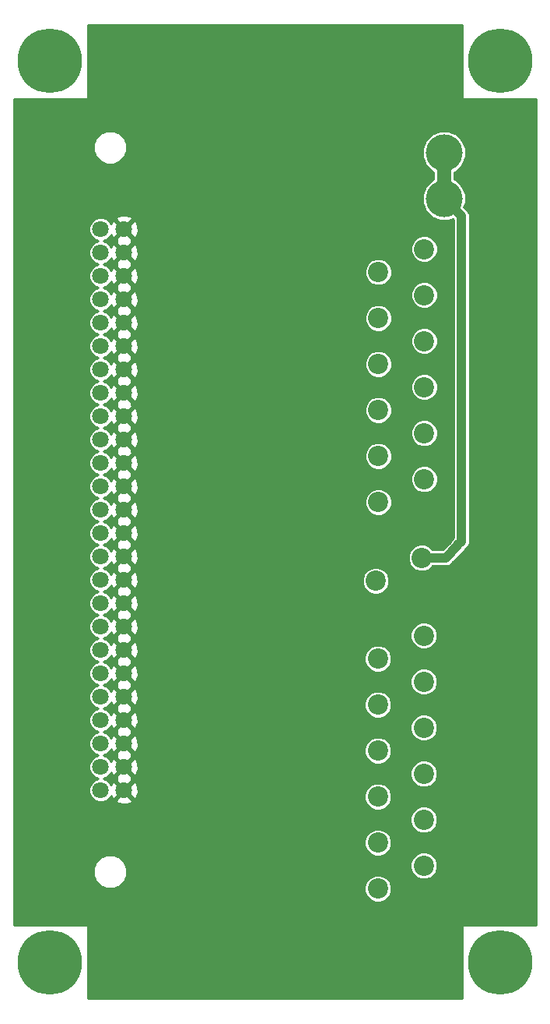
<source format=gbl>
G04 #@! TF.GenerationSoftware,KiCad,Pcbnew,5.0.2-bee76a0~70~ubuntu18.04.1*
G04 #@! TF.CreationDate,2019-06-11T19:18:52-05:00*
G04 #@! TF.ProjectId,ADAPTER_BOARD,41444150-5445-4525-9f42-4f4152442e6b,rev?*
G04 #@! TF.SameCoordinates,Original*
G04 #@! TF.FileFunction,Copper,L2,Bot*
G04 #@! TF.FilePolarity,Positive*
%FSLAX46Y46*%
G04 Gerber Fmt 4.6, Leading zero omitted, Abs format (unit mm)*
G04 Created by KiCad (PCBNEW 5.0.2-bee76a0~70~ubuntu18.04.1) date Tue 11 Jun 2019 07:18:52 PM CDT*
%MOMM*%
%LPD*%
G01*
G04 APERTURE LIST*
G04 #@! TA.AperFunction,ComponentPad*
%ADD10C,1.800000*%
G04 #@! TD*
G04 #@! TA.AperFunction,ComponentPad*
%ADD11C,2.200000*%
G04 #@! TD*
G04 #@! TA.AperFunction,ComponentPad*
%ADD12C,4.000000*%
G04 #@! TD*
G04 #@! TA.AperFunction,ComponentPad*
%ADD13C,7.000000*%
G04 #@! TD*
G04 #@! TA.AperFunction,ViaPad*
%ADD14C,0.800000*%
G04 #@! TD*
G04 #@! TA.AperFunction,ViaPad*
%ADD15C,1.000000*%
G04 #@! TD*
G04 #@! TA.AperFunction,Conductor*
%ADD16C,1.500000*%
G04 #@! TD*
G04 #@! TA.AperFunction,Conductor*
%ADD17C,1.000000*%
G04 #@! TD*
G04 #@! TA.AperFunction,Conductor*
%ADD18C,0.254000*%
G04 #@! TD*
G04 APERTURE END LIST*
D10*
G04 #@! TO.P,BOARD1,2*
G04 #@! TO.N,GND*
X63070000Y-45300000D03*
G04 #@! TO.P,BOARD1,1*
G04 #@! TO.N,/B01*
X60530000Y-45300000D03*
G04 #@! TO.P,BOARD1,4*
G04 #@! TO.N,GND*
X63070000Y-47840000D03*
G04 #@! TO.P,BOARD1,3*
G04 #@! TO.N,/B02*
X60530000Y-47840000D03*
G04 #@! TO.P,BOARD1,6*
G04 #@! TO.N,GND*
X63070000Y-50380000D03*
G04 #@! TO.P,BOARD1,5*
G04 #@! TO.N,/B03*
X60530000Y-50380000D03*
G04 #@! TO.P,BOARD1,8*
G04 #@! TO.N,GND*
X63070000Y-52920000D03*
G04 #@! TO.P,BOARD1,7*
G04 #@! TO.N,/B04*
X60530000Y-52920000D03*
G04 #@! TO.P,BOARD1,10*
G04 #@! TO.N,GND*
X63070000Y-55460000D03*
G04 #@! TO.P,BOARD1,9*
G04 #@! TO.N,/B05*
X60530000Y-55460000D03*
G04 #@! TO.P,BOARD1,12*
G04 #@! TO.N,GND*
X63070000Y-58000000D03*
G04 #@! TO.P,BOARD1,11*
G04 #@! TO.N,/B06*
X60530000Y-58000000D03*
G04 #@! TO.P,BOARD1,14*
G04 #@! TO.N,GND*
X63070000Y-60540000D03*
G04 #@! TO.P,BOARD1,13*
G04 #@! TO.N,/B07*
X60530000Y-60540000D03*
G04 #@! TO.P,BOARD1,16*
G04 #@! TO.N,GND*
X63070000Y-63080000D03*
G04 #@! TO.P,BOARD1,15*
G04 #@! TO.N,/B08*
X60530000Y-63080000D03*
G04 #@! TO.P,BOARD1,18*
G04 #@! TO.N,GND*
X63070000Y-65620000D03*
G04 #@! TO.P,BOARD1,17*
G04 #@! TO.N,/B09*
X60530000Y-65620000D03*
G04 #@! TO.P,BOARD1,20*
G04 #@! TO.N,GND*
X63070000Y-68160000D03*
G04 #@! TO.P,BOARD1,19*
G04 #@! TO.N,/B10*
X60530000Y-68160000D03*
G04 #@! TO.P,BOARD1,22*
G04 #@! TO.N,GND*
X63070000Y-70700000D03*
G04 #@! TO.P,BOARD1,21*
G04 #@! TO.N,/B11*
X60530000Y-70700000D03*
G04 #@! TO.P,BOARD1,24*
G04 #@! TO.N,GND*
X63070000Y-73240000D03*
G04 #@! TO.P,BOARD1,23*
G04 #@! TO.N,/B12*
X60530000Y-73240000D03*
G04 #@! TO.P,BOARD1,26*
G04 #@! TO.N,GND*
X63070000Y-75780000D03*
G04 #@! TO.P,BOARD1,25*
G04 #@! TO.N,/B13*
X60530000Y-75780000D03*
G04 #@! TO.P,BOARD1,28*
G04 #@! TO.N,GND*
X63070000Y-78320000D03*
G04 #@! TO.P,BOARD1,27*
G04 #@! TO.N,/B14*
X60530000Y-78320000D03*
G04 #@! TO.P,BOARD1,30*
G04 #@! TO.N,GND*
X63070000Y-80860000D03*
G04 #@! TO.P,BOARD1,29*
G04 #@! TO.N,/B15*
X60530000Y-80860000D03*
G04 #@! TO.P,BOARD1,32*
G04 #@! TO.N,GND*
X63070000Y-83400000D03*
G04 #@! TO.P,BOARD1,31*
G04 #@! TO.N,/B16*
X60530000Y-83400000D03*
G04 #@! TO.P,BOARD1,34*
G04 #@! TO.N,GND*
X63070000Y-85940000D03*
G04 #@! TO.P,BOARD1,33*
G04 #@! TO.N,/B17*
X60530000Y-85940000D03*
G04 #@! TO.P,BOARD1,36*
G04 #@! TO.N,GND*
X63070000Y-88480000D03*
G04 #@! TO.P,BOARD1,35*
G04 #@! TO.N,/B18*
X60530000Y-88480000D03*
G04 #@! TO.P,BOARD1,38*
G04 #@! TO.N,GND*
X63070000Y-91020000D03*
G04 #@! TO.P,BOARD1,37*
G04 #@! TO.N,/B19*
X60530000Y-91020000D03*
G04 #@! TO.P,BOARD1,40*
G04 #@! TO.N,GND*
X63070000Y-93560000D03*
G04 #@! TO.P,BOARD1,39*
G04 #@! TO.N,/B20*
X60530000Y-93560000D03*
G04 #@! TO.P,BOARD1,42*
G04 #@! TO.N,GND*
X63070000Y-96100000D03*
G04 #@! TO.P,BOARD1,41*
G04 #@! TO.N,/B21*
X60530000Y-96100000D03*
G04 #@! TO.P,BOARD1,44*
G04 #@! TO.N,GND*
X63070000Y-98640000D03*
G04 #@! TO.P,BOARD1,43*
G04 #@! TO.N,/B22*
X60530000Y-98640000D03*
G04 #@! TO.P,BOARD1,46*
G04 #@! TO.N,GND*
X63070000Y-101180000D03*
G04 #@! TO.P,BOARD1,45*
G04 #@! TO.N,/B23*
X60530000Y-101180000D03*
G04 #@! TO.P,BOARD1,48*
G04 #@! TO.N,GND*
X63070000Y-103720000D03*
G04 #@! TO.P,BOARD1,47*
G04 #@! TO.N,/B24*
X60530000Y-103720000D03*
G04 #@! TO.P,BOARD1,50*
G04 #@! TO.N,GND*
X63070000Y-106260000D03*
G04 #@! TO.P,BOARD1,49*
G04 #@! TO.N,Net-(BOARD1-Pad49)*
X60530000Y-106260000D03*
G04 #@! TD*
D11*
G04 #@! TO.P,PLC1-12,1*
G04 #@! TO.N,/P12*
X90750000Y-74950000D03*
G04 #@! TO.P,PLC1-12,3*
G04 #@! TO.N,/P10*
X90750000Y-69950000D03*
G04 #@! TO.P,PLC1-12,5*
G04 #@! TO.N,/P08*
X90750000Y-64950000D03*
G04 #@! TO.P,PLC1-12,7*
G04 #@! TO.N,/P06*
X90750000Y-59950000D03*
G04 #@! TO.P,PLC1-12,9*
G04 #@! TO.N,/P04*
X90750000Y-54950000D03*
G04 #@! TO.P,PLC1-12,11*
G04 #@! TO.N,/P02*
X90750000Y-49950000D03*
G04 #@! TO.P,PLC1-12,2*
G04 #@! TO.N,/P11*
X95750000Y-72450000D03*
G04 #@! TO.P,PLC1-12,4*
G04 #@! TO.N,/P09*
X95750000Y-67450000D03*
G04 #@! TO.P,PLC1-12,6*
G04 #@! TO.N,/P07*
X95750000Y-62450000D03*
G04 #@! TO.P,PLC1-12,8*
G04 #@! TO.N,/P05*
X95750000Y-57450000D03*
G04 #@! TO.P,PLC1-12,10*
G04 #@! TO.N,/P03*
X95750000Y-52450000D03*
G04 #@! TO.P,PLC1-12,12*
G04 #@! TO.N,/P01*
X95750000Y-47450000D03*
G04 #@! TD*
G04 #@! TO.P,PLC13-14,1*
G04 #@! TO.N,/P24*
X90700000Y-116950000D03*
G04 #@! TO.P,PLC13-14,3*
G04 #@! TO.N,/P22*
X90700000Y-111950000D03*
G04 #@! TO.P,PLC13-14,5*
G04 #@! TO.N,/P20*
X90700000Y-106950000D03*
G04 #@! TO.P,PLC13-14,7*
G04 #@! TO.N,/P18*
X90700000Y-101950000D03*
G04 #@! TO.P,PLC13-14,9*
G04 #@! TO.N,/P16*
X90700000Y-96950000D03*
G04 #@! TO.P,PLC13-14,11*
G04 #@! TO.N,/P14*
X90700000Y-91950000D03*
G04 #@! TO.P,PLC13-14,2*
G04 #@! TO.N,/P23*
X95700000Y-114450000D03*
G04 #@! TO.P,PLC13-14,4*
G04 #@! TO.N,/P21*
X95700000Y-109450000D03*
G04 #@! TO.P,PLC13-14,6*
G04 #@! TO.N,/P19*
X95700000Y-104450000D03*
G04 #@! TO.P,PLC13-14,8*
G04 #@! TO.N,/P17*
X95700000Y-99450000D03*
G04 #@! TO.P,PLC13-14,10*
G04 #@! TO.N,/P15*
X95700000Y-94450000D03*
G04 #@! TO.P,PLC13-14,12*
G04 #@! TO.N,/P13*
X95700000Y-89450000D03*
G04 #@! TD*
G04 #@! TO.P,PLC24,1*
G04 #@! TO.N,/24V*
X90470000Y-83500000D03*
G04 #@! TO.P,PLC24,2*
X95470000Y-81000000D03*
G04 #@! TD*
D12*
G04 #@! TO.P,VDC24,2*
G04 #@! TO.N,/24V*
X97890000Y-36980000D03*
G04 #@! TO.P,VDC24,1*
X97890000Y-41980000D03*
G04 #@! TD*
D13*
G04 #@! TO.P,REF\002A\002A,1*
G04 #@! TO.N,N/C*
X104000000Y-125000000D03*
G04 #@! TD*
G04 #@! TO.P,REF\002A\002A,1*
G04 #@! TO.N,N/C*
X55000000Y-125000000D03*
G04 #@! TD*
G04 #@! TO.P,REF\002A\002A,1*
G04 #@! TO.N,N/C*
X104000000Y-27000000D03*
G04 #@! TD*
G04 #@! TO.P,REF\002A\002A,1*
G04 #@! TO.N,N/C*
X55000000Y-27000000D03*
G04 #@! TD*
D14*
G04 #@! TO.N,GND*
X82220000Y-65380000D03*
X82200000Y-59720000D03*
X82200000Y-76610000D03*
X82200000Y-82270000D03*
X82170000Y-87810000D03*
X82160000Y-93430000D03*
X82170000Y-99110000D03*
X82170000Y-104770000D03*
X82180000Y-110490000D03*
X82210000Y-116120000D03*
X102650000Y-78650000D03*
X102650000Y-87200000D03*
X72700000Y-33700000D03*
X72700000Y-39300000D03*
X72600000Y-45000000D03*
X72600000Y-50600000D03*
X72700000Y-56300000D03*
X72681634Y-61976387D03*
X72700000Y-67500000D03*
X72700000Y-73100000D03*
X72600000Y-84500000D03*
X72700000Y-90100000D03*
X72600000Y-95600000D03*
X101500000Y-78700000D03*
X101500000Y-79800000D03*
X101500000Y-80900002D03*
X101500000Y-82199998D03*
X101500000Y-84800000D03*
X101500000Y-85900000D03*
X101500000Y-87000000D03*
X103800000Y-87100000D03*
X103800000Y-85900000D03*
X103800000Y-84800000D03*
X102700000Y-84800000D03*
X102700000Y-85900000D03*
X102700000Y-79800000D03*
X102700000Y-81000000D03*
X102700000Y-82200000D03*
X103800000Y-78700000D03*
X103800000Y-79800000D03*
X103800000Y-81000000D03*
X103800000Y-82200000D03*
X88400000Y-87300000D03*
X89490909Y-87300000D03*
X90581818Y-87300000D03*
X91672727Y-87300000D03*
X92763636Y-87300000D03*
X93854545Y-87300000D03*
X94945454Y-87300000D03*
X96036363Y-87300000D03*
X97127272Y-87300000D03*
X98218181Y-87300000D03*
X99309090Y-87300000D03*
X100400000Y-87300000D03*
X92763636Y-78700000D03*
X89490909Y-78700000D03*
X90581818Y-78700000D03*
X97127272Y-78700000D03*
X94945454Y-78700000D03*
X88400000Y-78700000D03*
X91672727Y-78700000D03*
X96036363Y-78700000D03*
X93854545Y-78700000D03*
X96036363Y-45300000D03*
X93854545Y-45300000D03*
X97127272Y-45300000D03*
X90581818Y-45300000D03*
X88400000Y-45300000D03*
X89490909Y-45300000D03*
X91672727Y-45300000D03*
X94945454Y-45300000D03*
X92763636Y-45300000D03*
X105950000Y-46100000D03*
X105950000Y-47600000D03*
X105950000Y-49100000D03*
X105950000Y-50600000D03*
X105950000Y-52100000D03*
X105950000Y-53600000D03*
X105950000Y-55100000D03*
X105950000Y-56600000D03*
X105950000Y-58100000D03*
X105950000Y-59600000D03*
X105950000Y-61100000D03*
X105950000Y-62600000D03*
X105950000Y-64100000D03*
X105950000Y-65600000D03*
X105950000Y-67100000D03*
X105950000Y-68600000D03*
X105950000Y-70100000D03*
X105950000Y-71600000D03*
X105950000Y-73100000D03*
X105950000Y-74600000D03*
X105950000Y-76100000D03*
X105950000Y-77600000D03*
X105950000Y-79100000D03*
X105950000Y-80600000D03*
X105950000Y-82100000D03*
X105950000Y-83600000D03*
X105950000Y-85100000D03*
X105950000Y-86600000D03*
X105950000Y-88100000D03*
X105950000Y-89600000D03*
X105950000Y-91100000D03*
X105950000Y-92600000D03*
X105950000Y-94100000D03*
X105950000Y-95600000D03*
X105950000Y-97100000D03*
X105950000Y-98600000D03*
X105950000Y-100100000D03*
X105950000Y-101600000D03*
X105950000Y-103100000D03*
X105950000Y-104600000D03*
X105950000Y-106100000D03*
X105950000Y-107600000D03*
X105950000Y-109100000D03*
X105950000Y-110600000D03*
X105950000Y-112100000D03*
X105950000Y-113600000D03*
X105950000Y-115100000D03*
X105950000Y-116600000D03*
X105950000Y-118100000D03*
X105950000Y-119600000D03*
X104950000Y-89600000D03*
X104950000Y-91100000D03*
X104950000Y-113600000D03*
X104950000Y-115100000D03*
X104950000Y-67100000D03*
X104950000Y-116600000D03*
X104950000Y-118100000D03*
X104950000Y-50600000D03*
X104950000Y-85100000D03*
X104950000Y-79100000D03*
X104950000Y-82100000D03*
X104950000Y-101600000D03*
X104950000Y-103100000D03*
X104950000Y-70100000D03*
X104950000Y-53600000D03*
X104950000Y-77600000D03*
X104950000Y-62600000D03*
X104950000Y-49100000D03*
X104950000Y-83600000D03*
X104950000Y-74600000D03*
X104950000Y-104600000D03*
X104950000Y-76100000D03*
X104950000Y-73100000D03*
X104950000Y-95600000D03*
X104950000Y-97100000D03*
X104950000Y-80600000D03*
X104950000Y-64100000D03*
X104950000Y-55100000D03*
X104950000Y-58100000D03*
X104950000Y-92600000D03*
X104950000Y-94100000D03*
X104950000Y-106100000D03*
X104950000Y-71600000D03*
X104950000Y-119600000D03*
X104950000Y-61100000D03*
X104950000Y-56600000D03*
X104950000Y-52100000D03*
X104950000Y-65600000D03*
X104950000Y-86600000D03*
X104950000Y-88100000D03*
X104950000Y-68600000D03*
X104950000Y-46100000D03*
X104950000Y-110600000D03*
X104950000Y-112100000D03*
X104950000Y-47600000D03*
X104950000Y-59600000D03*
X104950000Y-98600000D03*
X104950000Y-100100000D03*
X104950000Y-107600000D03*
X104950000Y-109100000D03*
X103800000Y-83400000D03*
X102700000Y-83400000D03*
X101500000Y-83399998D03*
X98300000Y-78700000D03*
X82200000Y-54070000D03*
X80810000Y-58580000D03*
X81860000Y-53100000D03*
X80880000Y-64260000D03*
X80890000Y-69900000D03*
X80850000Y-75490000D03*
X80920000Y-86680000D03*
X80810000Y-92250000D03*
X80800000Y-97990000D03*
X80830000Y-103570000D03*
X80900000Y-109310000D03*
X80810000Y-114950000D03*
D15*
X62500000Y-123750000D03*
X64500000Y-123750000D03*
X66500000Y-123750000D03*
X68500000Y-123750000D03*
X70500000Y-123750000D03*
X72500000Y-123750000D03*
X74500000Y-123750000D03*
X76500000Y-123750000D03*
X78500000Y-123750000D03*
X80500000Y-123750000D03*
X82500000Y-123750000D03*
X84500000Y-123750000D03*
X86500000Y-123750000D03*
X88500000Y-123750000D03*
X90500000Y-123750000D03*
X92500000Y-123750000D03*
X94500000Y-123750000D03*
X96500000Y-123750000D03*
X98500000Y-123750000D03*
X60500000Y-125750000D03*
X62500000Y-125750000D03*
X64500000Y-125750000D03*
X66500000Y-125750000D03*
X68500000Y-125750000D03*
X70500000Y-125750000D03*
X72500000Y-125750000D03*
X74500000Y-125750000D03*
X76500000Y-125750000D03*
X78500000Y-125750000D03*
X80500000Y-125750000D03*
X82500000Y-125750000D03*
X84500000Y-125750000D03*
X86500000Y-125750000D03*
X88500000Y-125750000D03*
X90500000Y-125750000D03*
X92500000Y-125750000D03*
X94500000Y-125750000D03*
X96500000Y-125750000D03*
X98500000Y-125750000D03*
X60500000Y-127750000D03*
X62500000Y-127750000D03*
X64500000Y-127750000D03*
X66500000Y-127750000D03*
X68500000Y-127750000D03*
X70500000Y-127750000D03*
X72500000Y-127750000D03*
X74500000Y-127750000D03*
X76500000Y-127750000D03*
X78500000Y-127750000D03*
X80500000Y-127750000D03*
X82500000Y-127750000D03*
X84500000Y-127750000D03*
X86500000Y-127750000D03*
X88500000Y-127750000D03*
X90500000Y-127750000D03*
X92500000Y-127750000D03*
X94500000Y-127750000D03*
X96500000Y-127750000D03*
X98500000Y-127750000D03*
X60500000Y-123750000D03*
X60500000Y-24250000D03*
X72500000Y-24250000D03*
X94500000Y-24250000D03*
X76500000Y-24250000D03*
X78500000Y-26250000D03*
X62500000Y-26250000D03*
X64500000Y-24250000D03*
X86500000Y-26250000D03*
X80500000Y-24250000D03*
X90500000Y-24250000D03*
X82500000Y-26250000D03*
X88500000Y-24250000D03*
X68500000Y-24250000D03*
X80500000Y-26250000D03*
X64500000Y-28250000D03*
X66500000Y-28250000D03*
X76500000Y-28250000D03*
X78500000Y-28250000D03*
X80500000Y-28250000D03*
X86500000Y-24250000D03*
X92500000Y-26250000D03*
X94500000Y-26250000D03*
X70500000Y-24250000D03*
X68500000Y-28250000D03*
X70500000Y-28250000D03*
X88500000Y-28250000D03*
X90500000Y-28250000D03*
X92500000Y-28250000D03*
X64500000Y-26250000D03*
X68500000Y-26250000D03*
X66500000Y-26250000D03*
X74500000Y-24250000D03*
X62500000Y-24250000D03*
X82500000Y-28250000D03*
X84500000Y-28250000D03*
X86500000Y-28250000D03*
X92500000Y-24250000D03*
X98500000Y-24250000D03*
X60500000Y-28250000D03*
X62500000Y-28250000D03*
X96500000Y-26250000D03*
X98500000Y-26250000D03*
X96500000Y-24250000D03*
X70500000Y-26250000D03*
X82500000Y-24250000D03*
X84500000Y-24250000D03*
X74500000Y-26250000D03*
X76500000Y-26250000D03*
X72500000Y-28250000D03*
X74500000Y-28250000D03*
X88500000Y-26250000D03*
X90500000Y-26250000D03*
X60500000Y-26250000D03*
X72500000Y-26250000D03*
X94500000Y-28250000D03*
X96500000Y-28250000D03*
X98500000Y-28250000D03*
X84500000Y-26250000D03*
X78500000Y-24250000D03*
X66500000Y-24250000D03*
X60500000Y-121750000D03*
X72500000Y-121750000D03*
X94500000Y-121750000D03*
X76500000Y-121750000D03*
X64500000Y-121750000D03*
X80500000Y-121750000D03*
X90500000Y-121750000D03*
X88500000Y-121750000D03*
X68500000Y-121750000D03*
X86500000Y-121750000D03*
X70500000Y-121750000D03*
X74500000Y-121750000D03*
X62500000Y-121750000D03*
X92500000Y-121750000D03*
X98500000Y-121750000D03*
X96500000Y-121750000D03*
X82500000Y-121750000D03*
X84500000Y-121750000D03*
X78500000Y-121750000D03*
X66500000Y-121750000D03*
X72500000Y-30250000D03*
X88500000Y-30250000D03*
X76500000Y-30250000D03*
X80500000Y-30250000D03*
X84500000Y-30250000D03*
X82500000Y-30250000D03*
X90500000Y-30250000D03*
X62500000Y-30250000D03*
X74500000Y-30250000D03*
X92500000Y-30250000D03*
X78500000Y-30250000D03*
X68500000Y-30250000D03*
X96500000Y-30250000D03*
X98500000Y-30250000D03*
X70500000Y-30250000D03*
X64500000Y-30250000D03*
X60500000Y-30250000D03*
X66500000Y-30250000D03*
X86500000Y-30250000D03*
X94500000Y-30250000D03*
X71750000Y-107000000D03*
X71750000Y-109000000D03*
X75750000Y-107000000D03*
X75750000Y-109000000D03*
X77750000Y-111000000D03*
X75750000Y-113000000D03*
X77750000Y-113000000D03*
X73750000Y-107000000D03*
X77750000Y-107000000D03*
X73750000Y-109000000D03*
X73750000Y-111000000D03*
X75750000Y-111000000D03*
X71750000Y-113000000D03*
X73750000Y-113000000D03*
X71750000Y-111000000D03*
X77750000Y-109000000D03*
X73750000Y-116500000D03*
X71750000Y-114500000D03*
X73750000Y-114500000D03*
X77750000Y-114500000D03*
X75750000Y-116500000D03*
X73750000Y-118500000D03*
X77750000Y-118500000D03*
X71750000Y-118500000D03*
X71750000Y-116500000D03*
X77750000Y-116500000D03*
X75750000Y-118500000D03*
X75750000Y-114500000D03*
X77750000Y-120250000D03*
X73750000Y-120250000D03*
X71750000Y-120250000D03*
X75750000Y-120250000D03*
X80500000Y-41750000D03*
X78500000Y-36250000D03*
X78500000Y-41750000D03*
X76500000Y-45500000D03*
X76500000Y-34250000D03*
X78500000Y-34250000D03*
X82500000Y-43750000D03*
X76500000Y-41750000D03*
X82500000Y-34250000D03*
X80500000Y-36250000D03*
X78500000Y-43750000D03*
X78500000Y-38250000D03*
X80500000Y-45500000D03*
X82500000Y-38250000D03*
X78500000Y-45500000D03*
X76500000Y-43750000D03*
X82500000Y-41750000D03*
X82500000Y-32250000D03*
X76500000Y-38250000D03*
X82500000Y-40000000D03*
X76500000Y-36250000D03*
X78500000Y-32250000D03*
X82500000Y-36250000D03*
X80500000Y-38250000D03*
X76500000Y-40000000D03*
X80500000Y-40000000D03*
X78500000Y-40000000D03*
X82500000Y-45500000D03*
X80500000Y-32250000D03*
X80500000Y-34250000D03*
X80500000Y-43750000D03*
X76500000Y-32250000D03*
X84500000Y-32250000D03*
X86500000Y-43750000D03*
X86500000Y-36250000D03*
X84500000Y-43750000D03*
X86500000Y-45500000D03*
X84500000Y-41750000D03*
X86500000Y-41750000D03*
X84500000Y-40000000D03*
X86500000Y-34250000D03*
X86500000Y-32250000D03*
X84500000Y-45500000D03*
X84500000Y-38250000D03*
X86500000Y-40000000D03*
X84500000Y-34250000D03*
X86500000Y-38250000D03*
X84500000Y-36250000D03*
X88500000Y-43750000D03*
X88500000Y-40000000D03*
X88500000Y-38250000D03*
X88500000Y-32250000D03*
X88500000Y-41750000D03*
X88500000Y-34250000D03*
X88500000Y-36250000D03*
X90500000Y-32250000D03*
X90500000Y-41750000D03*
X90500000Y-38250000D03*
X90500000Y-43750000D03*
X90500000Y-36250000D03*
X90500000Y-40000000D03*
X90500000Y-34250000D03*
X92550000Y-38250000D03*
X92550000Y-41750000D03*
X92550000Y-43750000D03*
X92550000Y-40000000D03*
X92550000Y-32250000D03*
X92550000Y-34250000D03*
X92550000Y-36250000D03*
X98250000Y-32250000D03*
X94500000Y-32250000D03*
X96500000Y-32250000D03*
D14*
X71500000Y-32500000D03*
X71500000Y-35000000D03*
X71500000Y-38250000D03*
X71500000Y-40500000D03*
X71500000Y-43750000D03*
X71500000Y-46250000D03*
X71500000Y-49500000D03*
X71500000Y-51750000D03*
X71300000Y-55100000D03*
X71300000Y-57500000D03*
X72300000Y-55200000D03*
X72400000Y-49600000D03*
X72400000Y-43900000D03*
X72400000Y-38400000D03*
X72400000Y-40300000D03*
X72400000Y-32700000D03*
X71400000Y-60700000D03*
X71400000Y-63100000D03*
X72400000Y-60800000D03*
X71400000Y-66300000D03*
X72400000Y-66400000D03*
X71400000Y-68700000D03*
X71400000Y-71900000D03*
X72300000Y-72000000D03*
X72300000Y-74100000D03*
X71300000Y-74200000D03*
X71300000Y-77600000D03*
X72300000Y-77600000D03*
X72300000Y-79800000D03*
X71300000Y-79900000D03*
X71300000Y-83300000D03*
X72300000Y-83300000D03*
X72300000Y-85500000D03*
X71300000Y-85600000D03*
X71300000Y-88900000D03*
X72400000Y-89000000D03*
X71300000Y-91300000D03*
X71300000Y-94500000D03*
X72300000Y-94600000D03*
X71300000Y-96900000D03*
X72300000Y-68500000D03*
X72300000Y-62900000D03*
X72300000Y-57300000D03*
X72400000Y-51500000D03*
X72400000Y-45900000D03*
X72400000Y-34600000D03*
X72300000Y-91000000D03*
X72300000Y-96600000D03*
X80900000Y-53000000D03*
X81900000Y-55100000D03*
X80900000Y-55300000D03*
X81900000Y-58700000D03*
X80900000Y-61000000D03*
X81900000Y-64400000D03*
X81900000Y-60700000D03*
X81900000Y-66400000D03*
X80900000Y-66700000D03*
X81900000Y-70000000D03*
X81900000Y-72000000D03*
X80900000Y-72300000D03*
X81900000Y-75600000D03*
X81900000Y-77600000D03*
X80800000Y-77800000D03*
X80900000Y-81100000D03*
X81900000Y-81300000D03*
X80900000Y-83500000D03*
X81900000Y-86700000D03*
X80900000Y-89100000D03*
X81900000Y-92400000D03*
X81900000Y-94500000D03*
X80900000Y-94700000D03*
X81900000Y-98100000D03*
X80900000Y-100400000D03*
X81900000Y-88800000D03*
X81900000Y-100100000D03*
X81900000Y-103700000D03*
X81900000Y-105800000D03*
X80900000Y-106000000D03*
X81900000Y-109500000D03*
X80900000Y-111600000D03*
X81800000Y-115100000D03*
X81900000Y-117100000D03*
X80800000Y-117400000D03*
X81883590Y-83283590D03*
X81900000Y-111400000D03*
X82180000Y-71040000D03*
X72600000Y-78700000D03*
X98300000Y-45300000D03*
D15*
X94450000Y-38250000D03*
X94450000Y-41750000D03*
X94450000Y-43750000D03*
X94450000Y-40000000D03*
X94450000Y-34250000D03*
X94450000Y-36250000D03*
X96500000Y-34250000D03*
X98250000Y-34049998D03*
X69850000Y-107000000D03*
X69850000Y-109000000D03*
X69850000Y-113000000D03*
X69850000Y-111000000D03*
X69850000Y-114500000D03*
X69850000Y-118500000D03*
X69850000Y-116500000D03*
X69850000Y-120250000D03*
X101800000Y-44750000D03*
X101800000Y-34333333D03*
X101800000Y-38499999D03*
X101800000Y-42666665D03*
X101800000Y-40583332D03*
X101800000Y-36416666D03*
X103550000Y-36416666D03*
X103550000Y-38499999D03*
X103550000Y-34333333D03*
X103550000Y-42666665D03*
X103550000Y-40583332D03*
X103550000Y-44750000D03*
X105300000Y-40583332D03*
X105300000Y-34333333D03*
X105300000Y-42666665D03*
X105300000Y-44750000D03*
X105300000Y-36416666D03*
X105300000Y-38499999D03*
X107050000Y-38499999D03*
X107050000Y-40583332D03*
X107050000Y-44750000D03*
X107050000Y-42666665D03*
X107050000Y-36416666D03*
X107050000Y-34333333D03*
X103550000Y-32250000D03*
X107050000Y-32250000D03*
X101800000Y-32250000D03*
X105300000Y-32250000D03*
X100000000Y-32250000D03*
X100000000Y-34250000D03*
D14*
X106950000Y-46100000D03*
X106950000Y-47600000D03*
X106950000Y-49100000D03*
X106950000Y-50600000D03*
X106950000Y-52100000D03*
X106950000Y-53600000D03*
X106950000Y-55100000D03*
X106950000Y-56600000D03*
X106950000Y-58100000D03*
X106950000Y-59600000D03*
X106950000Y-61100000D03*
X106950000Y-62600000D03*
X106950000Y-64100000D03*
X106950000Y-65600000D03*
X106950000Y-67100000D03*
X106950000Y-68600000D03*
X106950000Y-70100000D03*
X106950000Y-71600000D03*
X106950000Y-73100000D03*
X106950000Y-74600000D03*
X106950000Y-76100000D03*
X106950000Y-77600000D03*
X106950000Y-79100000D03*
X106950000Y-80600000D03*
X106950000Y-82100000D03*
X106950000Y-83600000D03*
X106950000Y-85100000D03*
X106950000Y-86600000D03*
X106950000Y-88100000D03*
X106950000Y-89600000D03*
X106950000Y-91100000D03*
X106950000Y-92600000D03*
X106950000Y-94100000D03*
X106950000Y-95600000D03*
X106950000Y-97100000D03*
X106950000Y-98600000D03*
X106950000Y-100100000D03*
X106950000Y-101600000D03*
X106950000Y-103100000D03*
X106950000Y-104600000D03*
X106950000Y-106100000D03*
X106950000Y-107600000D03*
X106950000Y-109100000D03*
X106950000Y-110600000D03*
X106950000Y-112100000D03*
X106950000Y-113600000D03*
X106950000Y-115100000D03*
X106950000Y-116600000D03*
X106950000Y-118100000D03*
X106950000Y-119600000D03*
G04 #@! TD*
D16*
G04 #@! TO.N,/24V*
X97890000Y-39808427D02*
X97890000Y-41980000D01*
X97890000Y-36980000D02*
X97890000Y-39808427D01*
D17*
X95720000Y-81000000D02*
X98100000Y-81000000D01*
X98100000Y-81000000D02*
X99400000Y-79700000D01*
X99800000Y-43890000D02*
X97890000Y-41980000D01*
X99400000Y-79600000D02*
X99800000Y-79200000D01*
X99800000Y-79200000D02*
X99800000Y-43890000D01*
G04 #@! TD*
D18*
G04 #@! TO.N,GND*
G36*
X99873000Y-31000000D02*
X99882667Y-31048601D01*
X99910197Y-31089803D01*
X99951399Y-31117333D01*
X100000000Y-31127000D01*
X107873000Y-31127000D01*
X107873000Y-120873000D01*
X100000000Y-120873000D01*
X99951399Y-120882667D01*
X99910197Y-120910197D01*
X99882667Y-120951399D01*
X99873000Y-121000000D01*
X99873000Y-128873000D01*
X59127000Y-128873000D01*
X59127000Y-121000000D01*
X59117333Y-120951399D01*
X59089803Y-120910197D01*
X59048601Y-120882667D01*
X59000000Y-120873000D01*
X51127000Y-120873000D01*
X51127000Y-114746587D01*
X59723000Y-114746587D01*
X59723000Y-115473413D01*
X60001144Y-116144912D01*
X60515088Y-116658856D01*
X61186587Y-116937000D01*
X61913413Y-116937000D01*
X62584912Y-116658856D01*
X62587562Y-116656206D01*
X89223000Y-116656206D01*
X89223000Y-117243794D01*
X89447860Y-117786653D01*
X89863347Y-118202140D01*
X90406206Y-118427000D01*
X90993794Y-118427000D01*
X91536653Y-118202140D01*
X91952140Y-117786653D01*
X92177000Y-117243794D01*
X92177000Y-116656206D01*
X91952140Y-116113347D01*
X91536653Y-115697860D01*
X90993794Y-115473000D01*
X90406206Y-115473000D01*
X89863347Y-115697860D01*
X89447860Y-116113347D01*
X89223000Y-116656206D01*
X62587562Y-116656206D01*
X63098856Y-116144912D01*
X63377000Y-115473413D01*
X63377000Y-114746587D01*
X63132457Y-114156206D01*
X94223000Y-114156206D01*
X94223000Y-114743794D01*
X94447860Y-115286653D01*
X94863347Y-115702140D01*
X95406206Y-115927000D01*
X95993794Y-115927000D01*
X96536653Y-115702140D01*
X96952140Y-115286653D01*
X97177000Y-114743794D01*
X97177000Y-114156206D01*
X96952140Y-113613347D01*
X96536653Y-113197860D01*
X95993794Y-112973000D01*
X95406206Y-112973000D01*
X94863347Y-113197860D01*
X94447860Y-113613347D01*
X94223000Y-114156206D01*
X63132457Y-114156206D01*
X63098856Y-114075088D01*
X62584912Y-113561144D01*
X61913413Y-113283000D01*
X61186587Y-113283000D01*
X60515088Y-113561144D01*
X60001144Y-114075088D01*
X59723000Y-114746587D01*
X51127000Y-114746587D01*
X51127000Y-111656206D01*
X89223000Y-111656206D01*
X89223000Y-112243794D01*
X89447860Y-112786653D01*
X89863347Y-113202140D01*
X90406206Y-113427000D01*
X90993794Y-113427000D01*
X91536653Y-113202140D01*
X91952140Y-112786653D01*
X92177000Y-112243794D01*
X92177000Y-111656206D01*
X91952140Y-111113347D01*
X91536653Y-110697860D01*
X90993794Y-110473000D01*
X90406206Y-110473000D01*
X89863347Y-110697860D01*
X89447860Y-111113347D01*
X89223000Y-111656206D01*
X51127000Y-111656206D01*
X51127000Y-109156206D01*
X94223000Y-109156206D01*
X94223000Y-109743794D01*
X94447860Y-110286653D01*
X94863347Y-110702140D01*
X95406206Y-110927000D01*
X95993794Y-110927000D01*
X96536653Y-110702140D01*
X96952140Y-110286653D01*
X97177000Y-109743794D01*
X97177000Y-109156206D01*
X96952140Y-108613347D01*
X96536653Y-108197860D01*
X95993794Y-107973000D01*
X95406206Y-107973000D01*
X94863347Y-108197860D01*
X94447860Y-108613347D01*
X94223000Y-109156206D01*
X51127000Y-109156206D01*
X51127000Y-45045989D01*
X59253000Y-45045989D01*
X59253000Y-45554011D01*
X59447412Y-46023362D01*
X59806638Y-46382588D01*
X60259090Y-46570000D01*
X59806638Y-46757412D01*
X59447412Y-47116638D01*
X59253000Y-47585989D01*
X59253000Y-48094011D01*
X59447412Y-48563362D01*
X59806638Y-48922588D01*
X60259090Y-49110000D01*
X59806638Y-49297412D01*
X59447412Y-49656638D01*
X59253000Y-50125989D01*
X59253000Y-50634011D01*
X59447412Y-51103362D01*
X59806638Y-51462588D01*
X60259090Y-51650000D01*
X59806638Y-51837412D01*
X59447412Y-52196638D01*
X59253000Y-52665989D01*
X59253000Y-53174011D01*
X59447412Y-53643362D01*
X59806638Y-54002588D01*
X60259090Y-54190000D01*
X59806638Y-54377412D01*
X59447412Y-54736638D01*
X59253000Y-55205989D01*
X59253000Y-55714011D01*
X59447412Y-56183362D01*
X59806638Y-56542588D01*
X60259090Y-56730000D01*
X59806638Y-56917412D01*
X59447412Y-57276638D01*
X59253000Y-57745989D01*
X59253000Y-58254011D01*
X59447412Y-58723362D01*
X59806638Y-59082588D01*
X60259090Y-59270000D01*
X59806638Y-59457412D01*
X59447412Y-59816638D01*
X59253000Y-60285989D01*
X59253000Y-60794011D01*
X59447412Y-61263362D01*
X59806638Y-61622588D01*
X60259090Y-61810000D01*
X59806638Y-61997412D01*
X59447412Y-62356638D01*
X59253000Y-62825989D01*
X59253000Y-63334011D01*
X59447412Y-63803362D01*
X59806638Y-64162588D01*
X60259090Y-64350000D01*
X59806638Y-64537412D01*
X59447412Y-64896638D01*
X59253000Y-65365989D01*
X59253000Y-65874011D01*
X59447412Y-66343362D01*
X59806638Y-66702588D01*
X60259090Y-66890000D01*
X59806638Y-67077412D01*
X59447412Y-67436638D01*
X59253000Y-67905989D01*
X59253000Y-68414011D01*
X59447412Y-68883362D01*
X59806638Y-69242588D01*
X60259090Y-69430000D01*
X59806638Y-69617412D01*
X59447412Y-69976638D01*
X59253000Y-70445989D01*
X59253000Y-70954011D01*
X59447412Y-71423362D01*
X59806638Y-71782588D01*
X60259090Y-71970000D01*
X59806638Y-72157412D01*
X59447412Y-72516638D01*
X59253000Y-72985989D01*
X59253000Y-73494011D01*
X59447412Y-73963362D01*
X59806638Y-74322588D01*
X60259090Y-74510000D01*
X59806638Y-74697412D01*
X59447412Y-75056638D01*
X59253000Y-75525989D01*
X59253000Y-76034011D01*
X59447412Y-76503362D01*
X59806638Y-76862588D01*
X60259090Y-77050000D01*
X59806638Y-77237412D01*
X59447412Y-77596638D01*
X59253000Y-78065989D01*
X59253000Y-78574011D01*
X59447412Y-79043362D01*
X59806638Y-79402588D01*
X60259090Y-79590000D01*
X59806638Y-79777412D01*
X59447412Y-80136638D01*
X59253000Y-80605989D01*
X59253000Y-81114011D01*
X59447412Y-81583362D01*
X59806638Y-81942588D01*
X60259090Y-82130000D01*
X59806638Y-82317412D01*
X59447412Y-82676638D01*
X59253000Y-83145989D01*
X59253000Y-83654011D01*
X59447412Y-84123362D01*
X59806638Y-84482588D01*
X60259090Y-84670000D01*
X59806638Y-84857412D01*
X59447412Y-85216638D01*
X59253000Y-85685989D01*
X59253000Y-86194011D01*
X59447412Y-86663362D01*
X59806638Y-87022588D01*
X60259090Y-87210000D01*
X59806638Y-87397412D01*
X59447412Y-87756638D01*
X59253000Y-88225989D01*
X59253000Y-88734011D01*
X59447412Y-89203362D01*
X59806638Y-89562588D01*
X60259090Y-89750000D01*
X59806638Y-89937412D01*
X59447412Y-90296638D01*
X59253000Y-90765989D01*
X59253000Y-91274011D01*
X59447412Y-91743362D01*
X59806638Y-92102588D01*
X60259090Y-92290000D01*
X59806638Y-92477412D01*
X59447412Y-92836638D01*
X59253000Y-93305989D01*
X59253000Y-93814011D01*
X59447412Y-94283362D01*
X59806638Y-94642588D01*
X60259090Y-94830000D01*
X59806638Y-95017412D01*
X59447412Y-95376638D01*
X59253000Y-95845989D01*
X59253000Y-96354011D01*
X59447412Y-96823362D01*
X59806638Y-97182588D01*
X60259090Y-97370000D01*
X59806638Y-97557412D01*
X59447412Y-97916638D01*
X59253000Y-98385989D01*
X59253000Y-98894011D01*
X59447412Y-99363362D01*
X59806638Y-99722588D01*
X60259090Y-99910000D01*
X59806638Y-100097412D01*
X59447412Y-100456638D01*
X59253000Y-100925989D01*
X59253000Y-101434011D01*
X59447412Y-101903362D01*
X59806638Y-102262588D01*
X60259090Y-102450000D01*
X59806638Y-102637412D01*
X59447412Y-102996638D01*
X59253000Y-103465989D01*
X59253000Y-103974011D01*
X59447412Y-104443362D01*
X59806638Y-104802588D01*
X60259090Y-104990000D01*
X59806638Y-105177412D01*
X59447412Y-105536638D01*
X59253000Y-106005989D01*
X59253000Y-106514011D01*
X59447412Y-106983362D01*
X59806638Y-107342588D01*
X60275989Y-107537000D01*
X60784011Y-107537000D01*
X61253362Y-107342588D01*
X61255791Y-107340159D01*
X62169446Y-107340159D01*
X62255852Y-107596643D01*
X62829336Y-107806458D01*
X63439460Y-107780839D01*
X63884148Y-107596643D01*
X63970554Y-107340159D01*
X63070000Y-106439605D01*
X62169446Y-107340159D01*
X61255791Y-107340159D01*
X61612588Y-106983362D01*
X61654170Y-106882974D01*
X61733357Y-107074148D01*
X61989841Y-107160554D01*
X62890395Y-106260000D01*
X63249605Y-106260000D01*
X64150159Y-107160554D01*
X64406643Y-107074148D01*
X64559551Y-106656206D01*
X89223000Y-106656206D01*
X89223000Y-107243794D01*
X89447860Y-107786653D01*
X89863347Y-108202140D01*
X90406206Y-108427000D01*
X90993794Y-108427000D01*
X91536653Y-108202140D01*
X91952140Y-107786653D01*
X92177000Y-107243794D01*
X92177000Y-106656206D01*
X91952140Y-106113347D01*
X91536653Y-105697860D01*
X90993794Y-105473000D01*
X90406206Y-105473000D01*
X89863347Y-105697860D01*
X89447860Y-106113347D01*
X89223000Y-106656206D01*
X64559551Y-106656206D01*
X64616458Y-106500664D01*
X64590839Y-105890540D01*
X64406643Y-105445852D01*
X64150159Y-105359446D01*
X63249605Y-106260000D01*
X62890395Y-106260000D01*
X61989841Y-105359446D01*
X61733357Y-105445852D01*
X61659079Y-105648876D01*
X61612588Y-105536638D01*
X61253362Y-105177412D01*
X60800910Y-104990000D01*
X61253362Y-104802588D01*
X61255791Y-104800159D01*
X62169446Y-104800159D01*
X62233401Y-104990000D01*
X62169446Y-105179841D01*
X63070000Y-106080395D01*
X63970554Y-105179841D01*
X63906599Y-104990000D01*
X63970554Y-104800159D01*
X63070000Y-103899605D01*
X62169446Y-104800159D01*
X61255791Y-104800159D01*
X61612588Y-104443362D01*
X61654170Y-104342974D01*
X61733357Y-104534148D01*
X61989841Y-104620554D01*
X62890395Y-103720000D01*
X63249605Y-103720000D01*
X64150159Y-104620554D01*
X64406643Y-104534148D01*
X64544916Y-104156206D01*
X94223000Y-104156206D01*
X94223000Y-104743794D01*
X94447860Y-105286653D01*
X94863347Y-105702140D01*
X95406206Y-105927000D01*
X95993794Y-105927000D01*
X96536653Y-105702140D01*
X96952140Y-105286653D01*
X97177000Y-104743794D01*
X97177000Y-104156206D01*
X96952140Y-103613347D01*
X96536653Y-103197860D01*
X95993794Y-102973000D01*
X95406206Y-102973000D01*
X94863347Y-103197860D01*
X94447860Y-103613347D01*
X94223000Y-104156206D01*
X64544916Y-104156206D01*
X64616458Y-103960664D01*
X64590839Y-103350540D01*
X64406643Y-102905852D01*
X64150159Y-102819446D01*
X63249605Y-103720000D01*
X62890395Y-103720000D01*
X61989841Y-102819446D01*
X61733357Y-102905852D01*
X61659079Y-103108876D01*
X61612588Y-102996638D01*
X61253362Y-102637412D01*
X60800910Y-102450000D01*
X61253362Y-102262588D01*
X61255791Y-102260159D01*
X62169446Y-102260159D01*
X62233401Y-102450000D01*
X62169446Y-102639841D01*
X63070000Y-103540395D01*
X63970554Y-102639841D01*
X63906599Y-102450000D01*
X63970554Y-102260159D01*
X63070000Y-101359605D01*
X62169446Y-102260159D01*
X61255791Y-102260159D01*
X61612588Y-101903362D01*
X61654170Y-101802974D01*
X61733357Y-101994148D01*
X61989841Y-102080554D01*
X62890395Y-101180000D01*
X63249605Y-101180000D01*
X64150159Y-102080554D01*
X64406643Y-101994148D01*
X64530282Y-101656206D01*
X89223000Y-101656206D01*
X89223000Y-102243794D01*
X89447860Y-102786653D01*
X89863347Y-103202140D01*
X90406206Y-103427000D01*
X90993794Y-103427000D01*
X91536653Y-103202140D01*
X91952140Y-102786653D01*
X92177000Y-102243794D01*
X92177000Y-101656206D01*
X91952140Y-101113347D01*
X91536653Y-100697860D01*
X90993794Y-100473000D01*
X90406206Y-100473000D01*
X89863347Y-100697860D01*
X89447860Y-101113347D01*
X89223000Y-101656206D01*
X64530282Y-101656206D01*
X64616458Y-101420664D01*
X64590839Y-100810540D01*
X64406643Y-100365852D01*
X64150159Y-100279446D01*
X63249605Y-101180000D01*
X62890395Y-101180000D01*
X61989841Y-100279446D01*
X61733357Y-100365852D01*
X61659079Y-100568876D01*
X61612588Y-100456638D01*
X61253362Y-100097412D01*
X60800910Y-99910000D01*
X61253362Y-99722588D01*
X61255791Y-99720159D01*
X62169446Y-99720159D01*
X62233401Y-99910000D01*
X62169446Y-100099841D01*
X63070000Y-101000395D01*
X63970554Y-100099841D01*
X63906599Y-99910000D01*
X63970554Y-99720159D01*
X63070000Y-98819605D01*
X62169446Y-99720159D01*
X61255791Y-99720159D01*
X61612588Y-99363362D01*
X61654170Y-99262974D01*
X61733357Y-99454148D01*
X61989841Y-99540554D01*
X62890395Y-98640000D01*
X63249605Y-98640000D01*
X64150159Y-99540554D01*
X64406643Y-99454148D01*
X64515648Y-99156206D01*
X94223000Y-99156206D01*
X94223000Y-99743794D01*
X94447860Y-100286653D01*
X94863347Y-100702140D01*
X95406206Y-100927000D01*
X95993794Y-100927000D01*
X96536653Y-100702140D01*
X96952140Y-100286653D01*
X97177000Y-99743794D01*
X97177000Y-99156206D01*
X96952140Y-98613347D01*
X96536653Y-98197860D01*
X95993794Y-97973000D01*
X95406206Y-97973000D01*
X94863347Y-98197860D01*
X94447860Y-98613347D01*
X94223000Y-99156206D01*
X64515648Y-99156206D01*
X64616458Y-98880664D01*
X64590839Y-98270540D01*
X64406643Y-97825852D01*
X64150159Y-97739446D01*
X63249605Y-98640000D01*
X62890395Y-98640000D01*
X61989841Y-97739446D01*
X61733357Y-97825852D01*
X61659079Y-98028876D01*
X61612588Y-97916638D01*
X61253362Y-97557412D01*
X60800910Y-97370000D01*
X61253362Y-97182588D01*
X61255791Y-97180159D01*
X62169446Y-97180159D01*
X62233401Y-97370000D01*
X62169446Y-97559841D01*
X63070000Y-98460395D01*
X63970554Y-97559841D01*
X63906599Y-97370000D01*
X63970554Y-97180159D01*
X63070000Y-96279605D01*
X62169446Y-97180159D01*
X61255791Y-97180159D01*
X61612588Y-96823362D01*
X61654170Y-96722974D01*
X61733357Y-96914148D01*
X61989841Y-97000554D01*
X62890395Y-96100000D01*
X63249605Y-96100000D01*
X64150159Y-97000554D01*
X64406643Y-96914148D01*
X64501013Y-96656206D01*
X89223000Y-96656206D01*
X89223000Y-97243794D01*
X89447860Y-97786653D01*
X89863347Y-98202140D01*
X90406206Y-98427000D01*
X90993794Y-98427000D01*
X91536653Y-98202140D01*
X91952140Y-97786653D01*
X92177000Y-97243794D01*
X92177000Y-96656206D01*
X91952140Y-96113347D01*
X91536653Y-95697860D01*
X90993794Y-95473000D01*
X90406206Y-95473000D01*
X89863347Y-95697860D01*
X89447860Y-96113347D01*
X89223000Y-96656206D01*
X64501013Y-96656206D01*
X64616458Y-96340664D01*
X64590839Y-95730540D01*
X64406643Y-95285852D01*
X64150159Y-95199446D01*
X63249605Y-96100000D01*
X62890395Y-96100000D01*
X61989841Y-95199446D01*
X61733357Y-95285852D01*
X61659079Y-95488876D01*
X61612588Y-95376638D01*
X61253362Y-95017412D01*
X60800910Y-94830000D01*
X61253362Y-94642588D01*
X61255791Y-94640159D01*
X62169446Y-94640159D01*
X62233401Y-94830000D01*
X62169446Y-95019841D01*
X63070000Y-95920395D01*
X63970554Y-95019841D01*
X63906599Y-94830000D01*
X63970554Y-94640159D01*
X63070000Y-93739605D01*
X62169446Y-94640159D01*
X61255791Y-94640159D01*
X61612588Y-94283362D01*
X61654170Y-94182974D01*
X61733357Y-94374148D01*
X61989841Y-94460554D01*
X62890395Y-93560000D01*
X63249605Y-93560000D01*
X64150159Y-94460554D01*
X64406643Y-94374148D01*
X64486379Y-94156206D01*
X94223000Y-94156206D01*
X94223000Y-94743794D01*
X94447860Y-95286653D01*
X94863347Y-95702140D01*
X95406206Y-95927000D01*
X95993794Y-95927000D01*
X96536653Y-95702140D01*
X96952140Y-95286653D01*
X97177000Y-94743794D01*
X97177000Y-94156206D01*
X96952140Y-93613347D01*
X96536653Y-93197860D01*
X95993794Y-92973000D01*
X95406206Y-92973000D01*
X94863347Y-93197860D01*
X94447860Y-93613347D01*
X94223000Y-94156206D01*
X64486379Y-94156206D01*
X64616458Y-93800664D01*
X64590839Y-93190540D01*
X64406643Y-92745852D01*
X64150159Y-92659446D01*
X63249605Y-93560000D01*
X62890395Y-93560000D01*
X61989841Y-92659446D01*
X61733357Y-92745852D01*
X61659079Y-92948876D01*
X61612588Y-92836638D01*
X61253362Y-92477412D01*
X60800910Y-92290000D01*
X61253362Y-92102588D01*
X61255791Y-92100159D01*
X62169446Y-92100159D01*
X62233401Y-92290000D01*
X62169446Y-92479841D01*
X63070000Y-93380395D01*
X63970554Y-92479841D01*
X63906599Y-92290000D01*
X63970554Y-92100159D01*
X63070000Y-91199605D01*
X62169446Y-92100159D01*
X61255791Y-92100159D01*
X61612588Y-91743362D01*
X61654170Y-91642974D01*
X61733357Y-91834148D01*
X61989841Y-91920554D01*
X62890395Y-91020000D01*
X63249605Y-91020000D01*
X64150159Y-91920554D01*
X64406643Y-91834148D01*
X64471744Y-91656206D01*
X89223000Y-91656206D01*
X89223000Y-92243794D01*
X89447860Y-92786653D01*
X89863347Y-93202140D01*
X90406206Y-93427000D01*
X90993794Y-93427000D01*
X91536653Y-93202140D01*
X91952140Y-92786653D01*
X92177000Y-92243794D01*
X92177000Y-91656206D01*
X91952140Y-91113347D01*
X91536653Y-90697860D01*
X90993794Y-90473000D01*
X90406206Y-90473000D01*
X89863347Y-90697860D01*
X89447860Y-91113347D01*
X89223000Y-91656206D01*
X64471744Y-91656206D01*
X64616458Y-91260664D01*
X64590839Y-90650540D01*
X64406643Y-90205852D01*
X64150159Y-90119446D01*
X63249605Y-91020000D01*
X62890395Y-91020000D01*
X61989841Y-90119446D01*
X61733357Y-90205852D01*
X61659079Y-90408876D01*
X61612588Y-90296638D01*
X61253362Y-89937412D01*
X60800910Y-89750000D01*
X61253362Y-89562588D01*
X61255791Y-89560159D01*
X62169446Y-89560159D01*
X62233401Y-89750000D01*
X62169446Y-89939841D01*
X63070000Y-90840395D01*
X63970554Y-89939841D01*
X63906599Y-89750000D01*
X63970554Y-89560159D01*
X63070000Y-88659605D01*
X62169446Y-89560159D01*
X61255791Y-89560159D01*
X61612588Y-89203362D01*
X61654170Y-89102974D01*
X61733357Y-89294148D01*
X61989841Y-89380554D01*
X62890395Y-88480000D01*
X63249605Y-88480000D01*
X64150159Y-89380554D01*
X64406643Y-89294148D01*
X64457110Y-89156206D01*
X94223000Y-89156206D01*
X94223000Y-89743794D01*
X94447860Y-90286653D01*
X94863347Y-90702140D01*
X95406206Y-90927000D01*
X95993794Y-90927000D01*
X96536653Y-90702140D01*
X96952140Y-90286653D01*
X97177000Y-89743794D01*
X97177000Y-89156206D01*
X96952140Y-88613347D01*
X96536653Y-88197860D01*
X95993794Y-87973000D01*
X95406206Y-87973000D01*
X94863347Y-88197860D01*
X94447860Y-88613347D01*
X94223000Y-89156206D01*
X64457110Y-89156206D01*
X64616458Y-88720664D01*
X64590839Y-88110540D01*
X64406643Y-87665852D01*
X64150159Y-87579446D01*
X63249605Y-88480000D01*
X62890395Y-88480000D01*
X61989841Y-87579446D01*
X61733357Y-87665852D01*
X61659079Y-87868876D01*
X61612588Y-87756638D01*
X61253362Y-87397412D01*
X60800910Y-87210000D01*
X61253362Y-87022588D01*
X61255791Y-87020159D01*
X62169446Y-87020159D01*
X62233401Y-87210000D01*
X62169446Y-87399841D01*
X63070000Y-88300395D01*
X63970554Y-87399841D01*
X63906599Y-87210000D01*
X63970554Y-87020159D01*
X63070000Y-86119605D01*
X62169446Y-87020159D01*
X61255791Y-87020159D01*
X61612588Y-86663362D01*
X61654170Y-86562974D01*
X61733357Y-86754148D01*
X61989841Y-86840554D01*
X62890395Y-85940000D01*
X63249605Y-85940000D01*
X64150159Y-86840554D01*
X64406643Y-86754148D01*
X64616458Y-86180664D01*
X64590839Y-85570540D01*
X64406643Y-85125852D01*
X64150159Y-85039446D01*
X63249605Y-85940000D01*
X62890395Y-85940000D01*
X61989841Y-85039446D01*
X61733357Y-85125852D01*
X61659079Y-85328876D01*
X61612588Y-85216638D01*
X61253362Y-84857412D01*
X60800910Y-84670000D01*
X61253362Y-84482588D01*
X61255791Y-84480159D01*
X62169446Y-84480159D01*
X62233401Y-84670000D01*
X62169446Y-84859841D01*
X63070000Y-85760395D01*
X63970554Y-84859841D01*
X63906599Y-84670000D01*
X63970554Y-84480159D01*
X63070000Y-83579605D01*
X62169446Y-84480159D01*
X61255791Y-84480159D01*
X61612588Y-84123362D01*
X61654170Y-84022974D01*
X61733357Y-84214148D01*
X61989841Y-84300554D01*
X62890395Y-83400000D01*
X63249605Y-83400000D01*
X64150159Y-84300554D01*
X64406643Y-84214148D01*
X64616458Y-83640664D01*
X64598216Y-83206206D01*
X88993000Y-83206206D01*
X88993000Y-83793794D01*
X89217860Y-84336653D01*
X89633347Y-84752140D01*
X90176206Y-84977000D01*
X90763794Y-84977000D01*
X91306653Y-84752140D01*
X91722140Y-84336653D01*
X91947000Y-83793794D01*
X91947000Y-83206206D01*
X91722140Y-82663347D01*
X91306653Y-82247860D01*
X90763794Y-82023000D01*
X90176206Y-82023000D01*
X89633347Y-82247860D01*
X89217860Y-82663347D01*
X88993000Y-83206206D01*
X64598216Y-83206206D01*
X64590839Y-83030540D01*
X64406643Y-82585852D01*
X64150159Y-82499446D01*
X63249605Y-83400000D01*
X62890395Y-83400000D01*
X61989841Y-82499446D01*
X61733357Y-82585852D01*
X61659079Y-82788876D01*
X61612588Y-82676638D01*
X61253362Y-82317412D01*
X60800910Y-82130000D01*
X61253362Y-81942588D01*
X61255791Y-81940159D01*
X62169446Y-81940159D01*
X62233401Y-82130000D01*
X62169446Y-82319841D01*
X63070000Y-83220395D01*
X63970554Y-82319841D01*
X63906599Y-82130000D01*
X63970554Y-81940159D01*
X63070000Y-81039605D01*
X62169446Y-81940159D01*
X61255791Y-81940159D01*
X61612588Y-81583362D01*
X61654170Y-81482974D01*
X61733357Y-81674148D01*
X61989841Y-81760554D01*
X62890395Y-80860000D01*
X63249605Y-80860000D01*
X64150159Y-81760554D01*
X64406643Y-81674148D01*
X64616458Y-81100664D01*
X64599895Y-80706206D01*
X93993000Y-80706206D01*
X93993000Y-81293794D01*
X94217860Y-81836653D01*
X94633347Y-82252140D01*
X95176206Y-82477000D01*
X95763794Y-82477000D01*
X96306653Y-82252140D01*
X96681793Y-81877000D01*
X98013630Y-81877000D01*
X98100000Y-81894180D01*
X98186370Y-81877000D01*
X98186375Y-81877000D01*
X98442188Y-81826116D01*
X98732281Y-81632281D01*
X98781210Y-81559055D01*
X100081209Y-80259057D01*
X100226115Y-80042189D01*
X100233077Y-80007187D01*
X100359055Y-79881209D01*
X100432281Y-79832281D01*
X100626116Y-79542188D01*
X100677000Y-79286375D01*
X100677000Y-79286371D01*
X100694180Y-79200001D01*
X100677000Y-79113631D01*
X100677000Y-43976370D01*
X100694180Y-43890000D01*
X100677000Y-43803630D01*
X100677000Y-43803625D01*
X100626116Y-43547812D01*
X100590580Y-43494629D01*
X100481209Y-43330943D01*
X100481206Y-43330940D01*
X100432281Y-43257719D01*
X100359060Y-43208794D01*
X100072542Y-42922277D01*
X100267000Y-42452815D01*
X100267000Y-41507185D01*
X99905123Y-40633538D01*
X99236462Y-39964877D01*
X99017000Y-39873973D01*
X99017000Y-39086027D01*
X99236462Y-38995123D01*
X99905123Y-38326462D01*
X100267000Y-37452815D01*
X100267000Y-36507185D01*
X99905123Y-35633538D01*
X99236462Y-34964877D01*
X98362815Y-34603000D01*
X97417185Y-34603000D01*
X96543538Y-34964877D01*
X95874877Y-35633538D01*
X95513000Y-36507185D01*
X95513000Y-37452815D01*
X95874877Y-38326462D01*
X96543538Y-38995123D01*
X96763001Y-39086028D01*
X96763001Y-39697424D01*
X96763000Y-39697429D01*
X96763000Y-39873973D01*
X96543538Y-39964877D01*
X95874877Y-40633538D01*
X95513000Y-41507185D01*
X95513000Y-42452815D01*
X95874877Y-43326462D01*
X96543538Y-43995123D01*
X97417185Y-44357000D01*
X98362815Y-44357000D01*
X98832277Y-44162542D01*
X98923001Y-44253267D01*
X98923000Y-78836736D01*
X98718792Y-79040944D01*
X98573885Y-79257812D01*
X98566923Y-79292811D01*
X97736736Y-80123000D01*
X96681793Y-80123000D01*
X96306653Y-79747860D01*
X95763794Y-79523000D01*
X95176206Y-79523000D01*
X94633347Y-79747860D01*
X94217860Y-80163347D01*
X93993000Y-80706206D01*
X64599895Y-80706206D01*
X64590839Y-80490540D01*
X64406643Y-80045852D01*
X64150159Y-79959446D01*
X63249605Y-80860000D01*
X62890395Y-80860000D01*
X61989841Y-79959446D01*
X61733357Y-80045852D01*
X61659079Y-80248876D01*
X61612588Y-80136638D01*
X61253362Y-79777412D01*
X60800910Y-79590000D01*
X61253362Y-79402588D01*
X61255791Y-79400159D01*
X62169446Y-79400159D01*
X62233401Y-79590000D01*
X62169446Y-79779841D01*
X63070000Y-80680395D01*
X63970554Y-79779841D01*
X63906599Y-79590000D01*
X63970554Y-79400159D01*
X63070000Y-78499605D01*
X62169446Y-79400159D01*
X61255791Y-79400159D01*
X61612588Y-79043362D01*
X61654170Y-78942974D01*
X61733357Y-79134148D01*
X61989841Y-79220554D01*
X62890395Y-78320000D01*
X63249605Y-78320000D01*
X64150159Y-79220554D01*
X64406643Y-79134148D01*
X64616458Y-78560664D01*
X64590839Y-77950540D01*
X64406643Y-77505852D01*
X64150159Y-77419446D01*
X63249605Y-78320000D01*
X62890395Y-78320000D01*
X61989841Y-77419446D01*
X61733357Y-77505852D01*
X61659079Y-77708876D01*
X61612588Y-77596638D01*
X61253362Y-77237412D01*
X60800910Y-77050000D01*
X61253362Y-76862588D01*
X61255791Y-76860159D01*
X62169446Y-76860159D01*
X62233401Y-77050000D01*
X62169446Y-77239841D01*
X63070000Y-78140395D01*
X63970554Y-77239841D01*
X63906599Y-77050000D01*
X63970554Y-76860159D01*
X63070000Y-75959605D01*
X62169446Y-76860159D01*
X61255791Y-76860159D01*
X61612588Y-76503362D01*
X61654170Y-76402974D01*
X61733357Y-76594148D01*
X61989841Y-76680554D01*
X62890395Y-75780000D01*
X63249605Y-75780000D01*
X64150159Y-76680554D01*
X64406643Y-76594148D01*
X64616458Y-76020664D01*
X64590839Y-75410540D01*
X64406643Y-74965852D01*
X64150159Y-74879446D01*
X63249605Y-75780000D01*
X62890395Y-75780000D01*
X61989841Y-74879446D01*
X61733357Y-74965852D01*
X61659079Y-75168876D01*
X61612588Y-75056638D01*
X61253362Y-74697412D01*
X60800910Y-74510000D01*
X61253362Y-74322588D01*
X61255791Y-74320159D01*
X62169446Y-74320159D01*
X62233401Y-74510000D01*
X62169446Y-74699841D01*
X63070000Y-75600395D01*
X63970554Y-74699841D01*
X63955854Y-74656206D01*
X89273000Y-74656206D01*
X89273000Y-75243794D01*
X89497860Y-75786653D01*
X89913347Y-76202140D01*
X90456206Y-76427000D01*
X91043794Y-76427000D01*
X91586653Y-76202140D01*
X92002140Y-75786653D01*
X92227000Y-75243794D01*
X92227000Y-74656206D01*
X92002140Y-74113347D01*
X91586653Y-73697860D01*
X91043794Y-73473000D01*
X90456206Y-73473000D01*
X89913347Y-73697860D01*
X89497860Y-74113347D01*
X89273000Y-74656206D01*
X63955854Y-74656206D01*
X63906599Y-74510000D01*
X63970554Y-74320159D01*
X63070000Y-73419605D01*
X62169446Y-74320159D01*
X61255791Y-74320159D01*
X61612588Y-73963362D01*
X61654170Y-73862974D01*
X61733357Y-74054148D01*
X61989841Y-74140554D01*
X62890395Y-73240000D01*
X63249605Y-73240000D01*
X64150159Y-74140554D01*
X64406643Y-74054148D01*
X64616458Y-73480664D01*
X64590839Y-72870540D01*
X64406643Y-72425852D01*
X64150159Y-72339446D01*
X63249605Y-73240000D01*
X62890395Y-73240000D01*
X61989841Y-72339446D01*
X61733357Y-72425852D01*
X61659079Y-72628876D01*
X61612588Y-72516638D01*
X61253362Y-72157412D01*
X60800910Y-71970000D01*
X61253362Y-71782588D01*
X61255791Y-71780159D01*
X62169446Y-71780159D01*
X62233401Y-71970000D01*
X62169446Y-72159841D01*
X63070000Y-73060395D01*
X63970554Y-72159841D01*
X63969330Y-72156206D01*
X94273000Y-72156206D01*
X94273000Y-72743794D01*
X94497860Y-73286653D01*
X94913347Y-73702140D01*
X95456206Y-73927000D01*
X96043794Y-73927000D01*
X96586653Y-73702140D01*
X97002140Y-73286653D01*
X97227000Y-72743794D01*
X97227000Y-72156206D01*
X97002140Y-71613347D01*
X96586653Y-71197860D01*
X96043794Y-70973000D01*
X95456206Y-70973000D01*
X94913347Y-71197860D01*
X94497860Y-71613347D01*
X94273000Y-72156206D01*
X63969330Y-72156206D01*
X63906599Y-71970000D01*
X63970554Y-71780159D01*
X63070000Y-70879605D01*
X62169446Y-71780159D01*
X61255791Y-71780159D01*
X61612588Y-71423362D01*
X61654170Y-71322974D01*
X61733357Y-71514148D01*
X61989841Y-71600554D01*
X62890395Y-70700000D01*
X63249605Y-70700000D01*
X64150159Y-71600554D01*
X64406643Y-71514148D01*
X64616458Y-70940664D01*
X64590839Y-70330540D01*
X64406643Y-69885852D01*
X64150159Y-69799446D01*
X63249605Y-70700000D01*
X62890395Y-70700000D01*
X61989841Y-69799446D01*
X61733357Y-69885852D01*
X61659079Y-70088876D01*
X61612588Y-69976638D01*
X61253362Y-69617412D01*
X60800910Y-69430000D01*
X61253362Y-69242588D01*
X61255791Y-69240159D01*
X62169446Y-69240159D01*
X62233401Y-69430000D01*
X62169446Y-69619841D01*
X63070000Y-70520395D01*
X63934189Y-69656206D01*
X89273000Y-69656206D01*
X89273000Y-70243794D01*
X89497860Y-70786653D01*
X89913347Y-71202140D01*
X90456206Y-71427000D01*
X91043794Y-71427000D01*
X91586653Y-71202140D01*
X92002140Y-70786653D01*
X92227000Y-70243794D01*
X92227000Y-69656206D01*
X92002140Y-69113347D01*
X91586653Y-68697860D01*
X91043794Y-68473000D01*
X90456206Y-68473000D01*
X89913347Y-68697860D01*
X89497860Y-69113347D01*
X89273000Y-69656206D01*
X63934189Y-69656206D01*
X63970554Y-69619841D01*
X63906599Y-69430000D01*
X63970554Y-69240159D01*
X63070000Y-68339605D01*
X62169446Y-69240159D01*
X61255791Y-69240159D01*
X61612588Y-68883362D01*
X61654170Y-68782974D01*
X61733357Y-68974148D01*
X61989841Y-69060554D01*
X62890395Y-68160000D01*
X63249605Y-68160000D01*
X64150159Y-69060554D01*
X64406643Y-68974148D01*
X64616458Y-68400664D01*
X64590839Y-67790540D01*
X64406643Y-67345852D01*
X64150159Y-67259446D01*
X63249605Y-68160000D01*
X62890395Y-68160000D01*
X61989841Y-67259446D01*
X61733357Y-67345852D01*
X61659079Y-67548876D01*
X61612588Y-67436638D01*
X61253362Y-67077412D01*
X60800910Y-66890000D01*
X61253362Y-66702588D01*
X61255791Y-66700159D01*
X62169446Y-66700159D01*
X62233401Y-66890000D01*
X62169446Y-67079841D01*
X63070000Y-67980395D01*
X63894189Y-67156206D01*
X94273000Y-67156206D01*
X94273000Y-67743794D01*
X94497860Y-68286653D01*
X94913347Y-68702140D01*
X95456206Y-68927000D01*
X96043794Y-68927000D01*
X96586653Y-68702140D01*
X97002140Y-68286653D01*
X97227000Y-67743794D01*
X97227000Y-67156206D01*
X97002140Y-66613347D01*
X96586653Y-66197860D01*
X96043794Y-65973000D01*
X95456206Y-65973000D01*
X94913347Y-66197860D01*
X94497860Y-66613347D01*
X94273000Y-67156206D01*
X63894189Y-67156206D01*
X63970554Y-67079841D01*
X63906599Y-66890000D01*
X63970554Y-66700159D01*
X63070000Y-65799605D01*
X62169446Y-66700159D01*
X61255791Y-66700159D01*
X61612588Y-66343362D01*
X61654170Y-66242974D01*
X61733357Y-66434148D01*
X61989841Y-66520554D01*
X62890395Y-65620000D01*
X63249605Y-65620000D01*
X64150159Y-66520554D01*
X64406643Y-66434148D01*
X64616458Y-65860664D01*
X64590839Y-65250540D01*
X64406643Y-64805852D01*
X64150159Y-64719446D01*
X63249605Y-65620000D01*
X62890395Y-65620000D01*
X61989841Y-64719446D01*
X61733357Y-64805852D01*
X61659079Y-65008876D01*
X61612588Y-64896638D01*
X61253362Y-64537412D01*
X60800910Y-64350000D01*
X61253362Y-64162588D01*
X61255791Y-64160159D01*
X62169446Y-64160159D01*
X62233401Y-64350000D01*
X62169446Y-64539841D01*
X63070000Y-65440395D01*
X63854189Y-64656206D01*
X89273000Y-64656206D01*
X89273000Y-65243794D01*
X89497860Y-65786653D01*
X89913347Y-66202140D01*
X90456206Y-66427000D01*
X91043794Y-66427000D01*
X91586653Y-66202140D01*
X92002140Y-65786653D01*
X92227000Y-65243794D01*
X92227000Y-64656206D01*
X92002140Y-64113347D01*
X91586653Y-63697860D01*
X91043794Y-63473000D01*
X90456206Y-63473000D01*
X89913347Y-63697860D01*
X89497860Y-64113347D01*
X89273000Y-64656206D01*
X63854189Y-64656206D01*
X63970554Y-64539841D01*
X63906599Y-64350000D01*
X63970554Y-64160159D01*
X63070000Y-63259605D01*
X62169446Y-64160159D01*
X61255791Y-64160159D01*
X61612588Y-63803362D01*
X61654170Y-63702974D01*
X61733357Y-63894148D01*
X61989841Y-63980554D01*
X62890395Y-63080000D01*
X63249605Y-63080000D01*
X64150159Y-63980554D01*
X64406643Y-63894148D01*
X64616458Y-63320664D01*
X64590839Y-62710540D01*
X64406643Y-62265852D01*
X64150159Y-62179446D01*
X63249605Y-63080000D01*
X62890395Y-63080000D01*
X61989841Y-62179446D01*
X61733357Y-62265852D01*
X61659079Y-62468876D01*
X61612588Y-62356638D01*
X61253362Y-61997412D01*
X60800910Y-61810000D01*
X61253362Y-61622588D01*
X61255791Y-61620159D01*
X62169446Y-61620159D01*
X62233401Y-61810000D01*
X62169446Y-61999841D01*
X63070000Y-62900395D01*
X63814189Y-62156206D01*
X94273000Y-62156206D01*
X94273000Y-62743794D01*
X94497860Y-63286653D01*
X94913347Y-63702140D01*
X95456206Y-63927000D01*
X96043794Y-63927000D01*
X96586653Y-63702140D01*
X97002140Y-63286653D01*
X97227000Y-62743794D01*
X97227000Y-62156206D01*
X97002140Y-61613347D01*
X96586653Y-61197860D01*
X96043794Y-60973000D01*
X95456206Y-60973000D01*
X94913347Y-61197860D01*
X94497860Y-61613347D01*
X94273000Y-62156206D01*
X63814189Y-62156206D01*
X63970554Y-61999841D01*
X63906599Y-61810000D01*
X63970554Y-61620159D01*
X63070000Y-60719605D01*
X62169446Y-61620159D01*
X61255791Y-61620159D01*
X61612588Y-61263362D01*
X61654170Y-61162974D01*
X61733357Y-61354148D01*
X61989841Y-61440554D01*
X62890395Y-60540000D01*
X63249605Y-60540000D01*
X64150159Y-61440554D01*
X64406643Y-61354148D01*
X64616458Y-60780664D01*
X64590839Y-60170540D01*
X64406643Y-59725852D01*
X64199909Y-59656206D01*
X89273000Y-59656206D01*
X89273000Y-60243794D01*
X89497860Y-60786653D01*
X89913347Y-61202140D01*
X90456206Y-61427000D01*
X91043794Y-61427000D01*
X91586653Y-61202140D01*
X92002140Y-60786653D01*
X92227000Y-60243794D01*
X92227000Y-59656206D01*
X92002140Y-59113347D01*
X91586653Y-58697860D01*
X91043794Y-58473000D01*
X90456206Y-58473000D01*
X89913347Y-58697860D01*
X89497860Y-59113347D01*
X89273000Y-59656206D01*
X64199909Y-59656206D01*
X64150159Y-59639446D01*
X63249605Y-60540000D01*
X62890395Y-60540000D01*
X61989841Y-59639446D01*
X61733357Y-59725852D01*
X61659079Y-59928876D01*
X61612588Y-59816638D01*
X61253362Y-59457412D01*
X60800910Y-59270000D01*
X61253362Y-59082588D01*
X61255791Y-59080159D01*
X62169446Y-59080159D01*
X62233401Y-59270000D01*
X62169446Y-59459841D01*
X63070000Y-60360395D01*
X63970554Y-59459841D01*
X63906599Y-59270000D01*
X63970554Y-59080159D01*
X63070000Y-58179605D01*
X62169446Y-59080159D01*
X61255791Y-59080159D01*
X61612588Y-58723362D01*
X61654170Y-58622974D01*
X61733357Y-58814148D01*
X61989841Y-58900554D01*
X62890395Y-58000000D01*
X63249605Y-58000000D01*
X64150159Y-58900554D01*
X64406643Y-58814148D01*
X64616458Y-58240664D01*
X64590839Y-57630540D01*
X64406643Y-57185852D01*
X64318644Y-57156206D01*
X94273000Y-57156206D01*
X94273000Y-57743794D01*
X94497860Y-58286653D01*
X94913347Y-58702140D01*
X95456206Y-58927000D01*
X96043794Y-58927000D01*
X96586653Y-58702140D01*
X97002140Y-58286653D01*
X97227000Y-57743794D01*
X97227000Y-57156206D01*
X97002140Y-56613347D01*
X96586653Y-56197860D01*
X96043794Y-55973000D01*
X95456206Y-55973000D01*
X94913347Y-56197860D01*
X94497860Y-56613347D01*
X94273000Y-57156206D01*
X64318644Y-57156206D01*
X64150159Y-57099446D01*
X63249605Y-58000000D01*
X62890395Y-58000000D01*
X61989841Y-57099446D01*
X61733357Y-57185852D01*
X61659079Y-57388876D01*
X61612588Y-57276638D01*
X61253362Y-56917412D01*
X60800910Y-56730000D01*
X61253362Y-56542588D01*
X61255791Y-56540159D01*
X62169446Y-56540159D01*
X62233401Y-56730000D01*
X62169446Y-56919841D01*
X63070000Y-57820395D01*
X63970554Y-56919841D01*
X63906599Y-56730000D01*
X63970554Y-56540159D01*
X63070000Y-55639605D01*
X62169446Y-56540159D01*
X61255791Y-56540159D01*
X61612588Y-56183362D01*
X61654170Y-56082974D01*
X61733357Y-56274148D01*
X61989841Y-56360554D01*
X62890395Y-55460000D01*
X63249605Y-55460000D01*
X64150159Y-56360554D01*
X64406643Y-56274148D01*
X64616458Y-55700664D01*
X64590839Y-55090540D01*
X64410932Y-54656206D01*
X89273000Y-54656206D01*
X89273000Y-55243794D01*
X89497860Y-55786653D01*
X89913347Y-56202140D01*
X90456206Y-56427000D01*
X91043794Y-56427000D01*
X91586653Y-56202140D01*
X92002140Y-55786653D01*
X92227000Y-55243794D01*
X92227000Y-54656206D01*
X92002140Y-54113347D01*
X91586653Y-53697860D01*
X91043794Y-53473000D01*
X90456206Y-53473000D01*
X89913347Y-53697860D01*
X89497860Y-54113347D01*
X89273000Y-54656206D01*
X64410932Y-54656206D01*
X64406643Y-54645852D01*
X64150159Y-54559446D01*
X63249605Y-55460000D01*
X62890395Y-55460000D01*
X61989841Y-54559446D01*
X61733357Y-54645852D01*
X61659079Y-54848876D01*
X61612588Y-54736638D01*
X61253362Y-54377412D01*
X60800910Y-54190000D01*
X61253362Y-54002588D01*
X61255791Y-54000159D01*
X62169446Y-54000159D01*
X62233401Y-54190000D01*
X62169446Y-54379841D01*
X63070000Y-55280395D01*
X63970554Y-54379841D01*
X63906599Y-54190000D01*
X63970554Y-54000159D01*
X63070000Y-53099605D01*
X62169446Y-54000159D01*
X61255791Y-54000159D01*
X61612588Y-53643362D01*
X61654170Y-53542974D01*
X61733357Y-53734148D01*
X61989841Y-53820554D01*
X62890395Y-52920000D01*
X63249605Y-52920000D01*
X64150159Y-53820554D01*
X64406643Y-53734148D01*
X64616458Y-53160664D01*
X64590839Y-52550540D01*
X64427501Y-52156206D01*
X94273000Y-52156206D01*
X94273000Y-52743794D01*
X94497860Y-53286653D01*
X94913347Y-53702140D01*
X95456206Y-53927000D01*
X96043794Y-53927000D01*
X96586653Y-53702140D01*
X97002140Y-53286653D01*
X97227000Y-52743794D01*
X97227000Y-52156206D01*
X97002140Y-51613347D01*
X96586653Y-51197860D01*
X96043794Y-50973000D01*
X95456206Y-50973000D01*
X94913347Y-51197860D01*
X94497860Y-51613347D01*
X94273000Y-52156206D01*
X64427501Y-52156206D01*
X64406643Y-52105852D01*
X64150159Y-52019446D01*
X63249605Y-52920000D01*
X62890395Y-52920000D01*
X61989841Y-52019446D01*
X61733357Y-52105852D01*
X61659079Y-52308876D01*
X61612588Y-52196638D01*
X61253362Y-51837412D01*
X60800910Y-51650000D01*
X61253362Y-51462588D01*
X61255791Y-51460159D01*
X62169446Y-51460159D01*
X62233401Y-51650000D01*
X62169446Y-51839841D01*
X63070000Y-52740395D01*
X63970554Y-51839841D01*
X63906599Y-51650000D01*
X63970554Y-51460159D01*
X63070000Y-50559605D01*
X62169446Y-51460159D01*
X61255791Y-51460159D01*
X61612588Y-51103362D01*
X61654170Y-51002974D01*
X61733357Y-51194148D01*
X61989841Y-51280554D01*
X62890395Y-50380000D01*
X63249605Y-50380000D01*
X64150159Y-51280554D01*
X64406643Y-51194148D01*
X64616458Y-50620664D01*
X64590839Y-50010540D01*
X64444069Y-49656206D01*
X89273000Y-49656206D01*
X89273000Y-50243794D01*
X89497860Y-50786653D01*
X89913347Y-51202140D01*
X90456206Y-51427000D01*
X91043794Y-51427000D01*
X91586653Y-51202140D01*
X92002140Y-50786653D01*
X92227000Y-50243794D01*
X92227000Y-49656206D01*
X92002140Y-49113347D01*
X91586653Y-48697860D01*
X91043794Y-48473000D01*
X90456206Y-48473000D01*
X89913347Y-48697860D01*
X89497860Y-49113347D01*
X89273000Y-49656206D01*
X64444069Y-49656206D01*
X64406643Y-49565852D01*
X64150159Y-49479446D01*
X63249605Y-50380000D01*
X62890395Y-50380000D01*
X61989841Y-49479446D01*
X61733357Y-49565852D01*
X61659079Y-49768876D01*
X61612588Y-49656638D01*
X61253362Y-49297412D01*
X60800910Y-49110000D01*
X61253362Y-48922588D01*
X61255791Y-48920159D01*
X62169446Y-48920159D01*
X62233401Y-49110000D01*
X62169446Y-49299841D01*
X63070000Y-50200395D01*
X63970554Y-49299841D01*
X63906599Y-49110000D01*
X63970554Y-48920159D01*
X63070000Y-48019605D01*
X62169446Y-48920159D01*
X61255791Y-48920159D01*
X61612588Y-48563362D01*
X61654170Y-48462974D01*
X61733357Y-48654148D01*
X61989841Y-48740554D01*
X62890395Y-47840000D01*
X63249605Y-47840000D01*
X64150159Y-48740554D01*
X64406643Y-48654148D01*
X64616458Y-48080664D01*
X64590839Y-47470540D01*
X64460638Y-47156206D01*
X94273000Y-47156206D01*
X94273000Y-47743794D01*
X94497860Y-48286653D01*
X94913347Y-48702140D01*
X95456206Y-48927000D01*
X96043794Y-48927000D01*
X96586653Y-48702140D01*
X97002140Y-48286653D01*
X97227000Y-47743794D01*
X97227000Y-47156206D01*
X97002140Y-46613347D01*
X96586653Y-46197860D01*
X96043794Y-45973000D01*
X95456206Y-45973000D01*
X94913347Y-46197860D01*
X94497860Y-46613347D01*
X94273000Y-47156206D01*
X64460638Y-47156206D01*
X64406643Y-47025852D01*
X64150159Y-46939446D01*
X63249605Y-47840000D01*
X62890395Y-47840000D01*
X61989841Y-46939446D01*
X61733357Y-47025852D01*
X61659079Y-47228876D01*
X61612588Y-47116638D01*
X61253362Y-46757412D01*
X60800910Y-46570000D01*
X61253362Y-46382588D01*
X61255791Y-46380159D01*
X62169446Y-46380159D01*
X62233401Y-46570000D01*
X62169446Y-46759841D01*
X63070000Y-47660395D01*
X63970554Y-46759841D01*
X63906599Y-46570000D01*
X63970554Y-46380159D01*
X63070000Y-45479605D01*
X62169446Y-46380159D01*
X61255791Y-46380159D01*
X61612588Y-46023362D01*
X61654170Y-45922974D01*
X61733357Y-46114148D01*
X61989841Y-46200554D01*
X62890395Y-45300000D01*
X63249605Y-45300000D01*
X64150159Y-46200554D01*
X64406643Y-46114148D01*
X64616458Y-45540664D01*
X64590839Y-44930540D01*
X64406643Y-44485852D01*
X64150159Y-44399446D01*
X63249605Y-45300000D01*
X62890395Y-45300000D01*
X61989841Y-44399446D01*
X61733357Y-44485852D01*
X61659079Y-44688876D01*
X61612588Y-44576638D01*
X61255791Y-44219841D01*
X62169446Y-44219841D01*
X63070000Y-45120395D01*
X63970554Y-44219841D01*
X63884148Y-43963357D01*
X63310664Y-43753542D01*
X62700540Y-43779161D01*
X62255852Y-43963357D01*
X62169446Y-44219841D01*
X61255791Y-44219841D01*
X61253362Y-44217412D01*
X60784011Y-44023000D01*
X60275989Y-44023000D01*
X59806638Y-44217412D01*
X59447412Y-44576638D01*
X59253000Y-45045989D01*
X51127000Y-45045989D01*
X51127000Y-36046587D01*
X59723000Y-36046587D01*
X59723000Y-36773413D01*
X60001144Y-37444912D01*
X60515088Y-37958856D01*
X61186587Y-38237000D01*
X61913413Y-38237000D01*
X62584912Y-37958856D01*
X63098856Y-37444912D01*
X63377000Y-36773413D01*
X63377000Y-36046587D01*
X63098856Y-35375088D01*
X62584912Y-34861144D01*
X61913413Y-34583000D01*
X61186587Y-34583000D01*
X60515088Y-34861144D01*
X60001144Y-35375088D01*
X59723000Y-36046587D01*
X51127000Y-36046587D01*
X51127000Y-31127000D01*
X59000000Y-31127000D01*
X59048601Y-31117333D01*
X59089803Y-31089803D01*
X59117333Y-31048601D01*
X59127000Y-31000000D01*
X59127000Y-23127000D01*
X99873000Y-23127000D01*
X99873000Y-31000000D01*
X99873000Y-31000000D01*
G37*
X99873000Y-31000000D02*
X99882667Y-31048601D01*
X99910197Y-31089803D01*
X99951399Y-31117333D01*
X100000000Y-31127000D01*
X107873000Y-31127000D01*
X107873000Y-120873000D01*
X100000000Y-120873000D01*
X99951399Y-120882667D01*
X99910197Y-120910197D01*
X99882667Y-120951399D01*
X99873000Y-121000000D01*
X99873000Y-128873000D01*
X59127000Y-128873000D01*
X59127000Y-121000000D01*
X59117333Y-120951399D01*
X59089803Y-120910197D01*
X59048601Y-120882667D01*
X59000000Y-120873000D01*
X51127000Y-120873000D01*
X51127000Y-114746587D01*
X59723000Y-114746587D01*
X59723000Y-115473413D01*
X60001144Y-116144912D01*
X60515088Y-116658856D01*
X61186587Y-116937000D01*
X61913413Y-116937000D01*
X62584912Y-116658856D01*
X62587562Y-116656206D01*
X89223000Y-116656206D01*
X89223000Y-117243794D01*
X89447860Y-117786653D01*
X89863347Y-118202140D01*
X90406206Y-118427000D01*
X90993794Y-118427000D01*
X91536653Y-118202140D01*
X91952140Y-117786653D01*
X92177000Y-117243794D01*
X92177000Y-116656206D01*
X91952140Y-116113347D01*
X91536653Y-115697860D01*
X90993794Y-115473000D01*
X90406206Y-115473000D01*
X89863347Y-115697860D01*
X89447860Y-116113347D01*
X89223000Y-116656206D01*
X62587562Y-116656206D01*
X63098856Y-116144912D01*
X63377000Y-115473413D01*
X63377000Y-114746587D01*
X63132457Y-114156206D01*
X94223000Y-114156206D01*
X94223000Y-114743794D01*
X94447860Y-115286653D01*
X94863347Y-115702140D01*
X95406206Y-115927000D01*
X95993794Y-115927000D01*
X96536653Y-115702140D01*
X96952140Y-115286653D01*
X97177000Y-114743794D01*
X97177000Y-114156206D01*
X96952140Y-113613347D01*
X96536653Y-113197860D01*
X95993794Y-112973000D01*
X95406206Y-112973000D01*
X94863347Y-113197860D01*
X94447860Y-113613347D01*
X94223000Y-114156206D01*
X63132457Y-114156206D01*
X63098856Y-114075088D01*
X62584912Y-113561144D01*
X61913413Y-113283000D01*
X61186587Y-113283000D01*
X60515088Y-113561144D01*
X60001144Y-114075088D01*
X59723000Y-114746587D01*
X51127000Y-114746587D01*
X51127000Y-111656206D01*
X89223000Y-111656206D01*
X89223000Y-112243794D01*
X89447860Y-112786653D01*
X89863347Y-113202140D01*
X90406206Y-113427000D01*
X90993794Y-113427000D01*
X91536653Y-113202140D01*
X91952140Y-112786653D01*
X92177000Y-112243794D01*
X92177000Y-111656206D01*
X91952140Y-111113347D01*
X91536653Y-110697860D01*
X90993794Y-110473000D01*
X90406206Y-110473000D01*
X89863347Y-110697860D01*
X89447860Y-111113347D01*
X89223000Y-111656206D01*
X51127000Y-111656206D01*
X51127000Y-109156206D01*
X94223000Y-109156206D01*
X94223000Y-109743794D01*
X94447860Y-110286653D01*
X94863347Y-110702140D01*
X95406206Y-110927000D01*
X95993794Y-110927000D01*
X96536653Y-110702140D01*
X96952140Y-110286653D01*
X97177000Y-109743794D01*
X97177000Y-109156206D01*
X96952140Y-108613347D01*
X96536653Y-108197860D01*
X95993794Y-107973000D01*
X95406206Y-107973000D01*
X94863347Y-108197860D01*
X94447860Y-108613347D01*
X94223000Y-109156206D01*
X51127000Y-109156206D01*
X51127000Y-45045989D01*
X59253000Y-45045989D01*
X59253000Y-45554011D01*
X59447412Y-46023362D01*
X59806638Y-46382588D01*
X60259090Y-46570000D01*
X59806638Y-46757412D01*
X59447412Y-47116638D01*
X59253000Y-47585989D01*
X59253000Y-48094011D01*
X59447412Y-48563362D01*
X59806638Y-48922588D01*
X60259090Y-49110000D01*
X59806638Y-49297412D01*
X59447412Y-49656638D01*
X59253000Y-50125989D01*
X59253000Y-50634011D01*
X59447412Y-51103362D01*
X59806638Y-51462588D01*
X60259090Y-51650000D01*
X59806638Y-51837412D01*
X59447412Y-52196638D01*
X59253000Y-52665989D01*
X59253000Y-53174011D01*
X59447412Y-53643362D01*
X59806638Y-54002588D01*
X60259090Y-54190000D01*
X59806638Y-54377412D01*
X59447412Y-54736638D01*
X59253000Y-55205989D01*
X59253000Y-55714011D01*
X59447412Y-56183362D01*
X59806638Y-56542588D01*
X60259090Y-56730000D01*
X59806638Y-56917412D01*
X59447412Y-57276638D01*
X59253000Y-57745989D01*
X59253000Y-58254011D01*
X59447412Y-58723362D01*
X59806638Y-59082588D01*
X60259090Y-59270000D01*
X59806638Y-59457412D01*
X59447412Y-59816638D01*
X59253000Y-60285989D01*
X59253000Y-60794011D01*
X59447412Y-61263362D01*
X59806638Y-61622588D01*
X60259090Y-61810000D01*
X59806638Y-61997412D01*
X59447412Y-62356638D01*
X59253000Y-62825989D01*
X59253000Y-63334011D01*
X59447412Y-63803362D01*
X59806638Y-64162588D01*
X60259090Y-64350000D01*
X59806638Y-64537412D01*
X59447412Y-64896638D01*
X59253000Y-65365989D01*
X59253000Y-65874011D01*
X59447412Y-66343362D01*
X59806638Y-66702588D01*
X60259090Y-66890000D01*
X59806638Y-67077412D01*
X59447412Y-67436638D01*
X59253000Y-67905989D01*
X59253000Y-68414011D01*
X59447412Y-68883362D01*
X59806638Y-69242588D01*
X60259090Y-69430000D01*
X59806638Y-69617412D01*
X59447412Y-69976638D01*
X59253000Y-70445989D01*
X59253000Y-70954011D01*
X59447412Y-71423362D01*
X59806638Y-71782588D01*
X60259090Y-71970000D01*
X59806638Y-72157412D01*
X59447412Y-72516638D01*
X59253000Y-72985989D01*
X59253000Y-73494011D01*
X59447412Y-73963362D01*
X59806638Y-74322588D01*
X60259090Y-74510000D01*
X59806638Y-74697412D01*
X59447412Y-75056638D01*
X59253000Y-75525989D01*
X59253000Y-76034011D01*
X59447412Y-76503362D01*
X59806638Y-76862588D01*
X60259090Y-77050000D01*
X59806638Y-77237412D01*
X59447412Y-77596638D01*
X59253000Y-78065989D01*
X59253000Y-78574011D01*
X59447412Y-79043362D01*
X59806638Y-79402588D01*
X60259090Y-79590000D01*
X59806638Y-79777412D01*
X59447412Y-80136638D01*
X59253000Y-80605989D01*
X59253000Y-81114011D01*
X59447412Y-81583362D01*
X59806638Y-81942588D01*
X60259090Y-82130000D01*
X59806638Y-82317412D01*
X59447412Y-82676638D01*
X59253000Y-83145989D01*
X59253000Y-83654011D01*
X59447412Y-84123362D01*
X59806638Y-84482588D01*
X60259090Y-84670000D01*
X59806638Y-84857412D01*
X59447412Y-85216638D01*
X59253000Y-85685989D01*
X59253000Y-86194011D01*
X59447412Y-86663362D01*
X59806638Y-87022588D01*
X60259090Y-87210000D01*
X59806638Y-87397412D01*
X59447412Y-87756638D01*
X59253000Y-88225989D01*
X59253000Y-88734011D01*
X59447412Y-89203362D01*
X59806638Y-89562588D01*
X60259090Y-89750000D01*
X59806638Y-89937412D01*
X59447412Y-90296638D01*
X59253000Y-90765989D01*
X59253000Y-91274011D01*
X59447412Y-91743362D01*
X59806638Y-92102588D01*
X60259090Y-92290000D01*
X59806638Y-92477412D01*
X59447412Y-92836638D01*
X59253000Y-93305989D01*
X59253000Y-93814011D01*
X59447412Y-94283362D01*
X59806638Y-94642588D01*
X60259090Y-94830000D01*
X59806638Y-95017412D01*
X59447412Y-95376638D01*
X59253000Y-95845989D01*
X59253000Y-96354011D01*
X59447412Y-96823362D01*
X59806638Y-97182588D01*
X60259090Y-97370000D01*
X59806638Y-97557412D01*
X59447412Y-97916638D01*
X59253000Y-98385989D01*
X59253000Y-98894011D01*
X59447412Y-99363362D01*
X59806638Y-99722588D01*
X60259090Y-99910000D01*
X59806638Y-100097412D01*
X59447412Y-100456638D01*
X59253000Y-100925989D01*
X59253000Y-101434011D01*
X59447412Y-101903362D01*
X59806638Y-102262588D01*
X60259090Y-102450000D01*
X59806638Y-102637412D01*
X59447412Y-102996638D01*
X59253000Y-103465989D01*
X59253000Y-103974011D01*
X59447412Y-104443362D01*
X59806638Y-104802588D01*
X60259090Y-104990000D01*
X59806638Y-105177412D01*
X59447412Y-105536638D01*
X59253000Y-106005989D01*
X59253000Y-106514011D01*
X59447412Y-106983362D01*
X59806638Y-107342588D01*
X60275989Y-107537000D01*
X60784011Y-107537000D01*
X61253362Y-107342588D01*
X61255791Y-107340159D01*
X62169446Y-107340159D01*
X62255852Y-107596643D01*
X62829336Y-107806458D01*
X63439460Y-107780839D01*
X63884148Y-107596643D01*
X63970554Y-107340159D01*
X63070000Y-106439605D01*
X62169446Y-107340159D01*
X61255791Y-107340159D01*
X61612588Y-106983362D01*
X61654170Y-106882974D01*
X61733357Y-107074148D01*
X61989841Y-107160554D01*
X62890395Y-106260000D01*
X63249605Y-106260000D01*
X64150159Y-107160554D01*
X64406643Y-107074148D01*
X64559551Y-106656206D01*
X89223000Y-106656206D01*
X89223000Y-107243794D01*
X89447860Y-107786653D01*
X89863347Y-108202140D01*
X90406206Y-108427000D01*
X90993794Y-108427000D01*
X91536653Y-108202140D01*
X91952140Y-107786653D01*
X92177000Y-107243794D01*
X92177000Y-106656206D01*
X91952140Y-106113347D01*
X91536653Y-105697860D01*
X90993794Y-105473000D01*
X90406206Y-105473000D01*
X89863347Y-105697860D01*
X89447860Y-106113347D01*
X89223000Y-106656206D01*
X64559551Y-106656206D01*
X64616458Y-106500664D01*
X64590839Y-105890540D01*
X64406643Y-105445852D01*
X64150159Y-105359446D01*
X63249605Y-106260000D01*
X62890395Y-106260000D01*
X61989841Y-105359446D01*
X61733357Y-105445852D01*
X61659079Y-105648876D01*
X61612588Y-105536638D01*
X61253362Y-105177412D01*
X60800910Y-104990000D01*
X61253362Y-104802588D01*
X61255791Y-104800159D01*
X62169446Y-104800159D01*
X62233401Y-104990000D01*
X62169446Y-105179841D01*
X63070000Y-106080395D01*
X63970554Y-105179841D01*
X63906599Y-104990000D01*
X63970554Y-104800159D01*
X63070000Y-103899605D01*
X62169446Y-104800159D01*
X61255791Y-104800159D01*
X61612588Y-104443362D01*
X61654170Y-104342974D01*
X61733357Y-104534148D01*
X61989841Y-104620554D01*
X62890395Y-103720000D01*
X63249605Y-103720000D01*
X64150159Y-104620554D01*
X64406643Y-104534148D01*
X64544916Y-104156206D01*
X94223000Y-104156206D01*
X94223000Y-104743794D01*
X94447860Y-105286653D01*
X94863347Y-105702140D01*
X95406206Y-105927000D01*
X95993794Y-105927000D01*
X96536653Y-105702140D01*
X96952140Y-105286653D01*
X97177000Y-104743794D01*
X97177000Y-104156206D01*
X96952140Y-103613347D01*
X96536653Y-103197860D01*
X95993794Y-102973000D01*
X95406206Y-102973000D01*
X94863347Y-103197860D01*
X94447860Y-103613347D01*
X94223000Y-104156206D01*
X64544916Y-104156206D01*
X64616458Y-103960664D01*
X64590839Y-103350540D01*
X64406643Y-102905852D01*
X64150159Y-102819446D01*
X63249605Y-103720000D01*
X62890395Y-103720000D01*
X61989841Y-102819446D01*
X61733357Y-102905852D01*
X61659079Y-103108876D01*
X61612588Y-102996638D01*
X61253362Y-102637412D01*
X60800910Y-102450000D01*
X61253362Y-102262588D01*
X61255791Y-102260159D01*
X62169446Y-102260159D01*
X62233401Y-102450000D01*
X62169446Y-102639841D01*
X63070000Y-103540395D01*
X63970554Y-102639841D01*
X63906599Y-102450000D01*
X63970554Y-102260159D01*
X63070000Y-101359605D01*
X62169446Y-102260159D01*
X61255791Y-102260159D01*
X61612588Y-101903362D01*
X61654170Y-101802974D01*
X61733357Y-101994148D01*
X61989841Y-102080554D01*
X62890395Y-101180000D01*
X63249605Y-101180000D01*
X64150159Y-102080554D01*
X64406643Y-101994148D01*
X64530282Y-101656206D01*
X89223000Y-101656206D01*
X89223000Y-102243794D01*
X89447860Y-102786653D01*
X89863347Y-103202140D01*
X90406206Y-103427000D01*
X90993794Y-103427000D01*
X91536653Y-103202140D01*
X91952140Y-102786653D01*
X92177000Y-102243794D01*
X92177000Y-101656206D01*
X91952140Y-101113347D01*
X91536653Y-100697860D01*
X90993794Y-100473000D01*
X90406206Y-100473000D01*
X89863347Y-100697860D01*
X89447860Y-101113347D01*
X89223000Y-101656206D01*
X64530282Y-101656206D01*
X64616458Y-101420664D01*
X64590839Y-100810540D01*
X64406643Y-100365852D01*
X64150159Y-100279446D01*
X63249605Y-101180000D01*
X62890395Y-101180000D01*
X61989841Y-100279446D01*
X61733357Y-100365852D01*
X61659079Y-100568876D01*
X61612588Y-100456638D01*
X61253362Y-100097412D01*
X60800910Y-99910000D01*
X61253362Y-99722588D01*
X61255791Y-99720159D01*
X62169446Y-99720159D01*
X62233401Y-99910000D01*
X62169446Y-100099841D01*
X63070000Y-101000395D01*
X63970554Y-100099841D01*
X63906599Y-99910000D01*
X63970554Y-99720159D01*
X63070000Y-98819605D01*
X62169446Y-99720159D01*
X61255791Y-99720159D01*
X61612588Y-99363362D01*
X61654170Y-99262974D01*
X61733357Y-99454148D01*
X61989841Y-99540554D01*
X62890395Y-98640000D01*
X63249605Y-98640000D01*
X64150159Y-99540554D01*
X64406643Y-99454148D01*
X64515648Y-99156206D01*
X94223000Y-99156206D01*
X94223000Y-99743794D01*
X94447860Y-100286653D01*
X94863347Y-100702140D01*
X95406206Y-100927000D01*
X95993794Y-100927000D01*
X96536653Y-100702140D01*
X96952140Y-100286653D01*
X97177000Y-99743794D01*
X97177000Y-99156206D01*
X96952140Y-98613347D01*
X96536653Y-98197860D01*
X95993794Y-97973000D01*
X95406206Y-97973000D01*
X94863347Y-98197860D01*
X94447860Y-98613347D01*
X94223000Y-99156206D01*
X64515648Y-99156206D01*
X64616458Y-98880664D01*
X64590839Y-98270540D01*
X64406643Y-97825852D01*
X64150159Y-97739446D01*
X63249605Y-98640000D01*
X62890395Y-98640000D01*
X61989841Y-97739446D01*
X61733357Y-97825852D01*
X61659079Y-98028876D01*
X61612588Y-97916638D01*
X61253362Y-97557412D01*
X60800910Y-97370000D01*
X61253362Y-97182588D01*
X61255791Y-97180159D01*
X62169446Y-97180159D01*
X62233401Y-97370000D01*
X62169446Y-97559841D01*
X63070000Y-98460395D01*
X63970554Y-97559841D01*
X63906599Y-97370000D01*
X63970554Y-97180159D01*
X63070000Y-96279605D01*
X62169446Y-97180159D01*
X61255791Y-97180159D01*
X61612588Y-96823362D01*
X61654170Y-96722974D01*
X61733357Y-96914148D01*
X61989841Y-97000554D01*
X62890395Y-96100000D01*
X63249605Y-96100000D01*
X64150159Y-97000554D01*
X64406643Y-96914148D01*
X64501013Y-96656206D01*
X89223000Y-96656206D01*
X89223000Y-97243794D01*
X89447860Y-97786653D01*
X89863347Y-98202140D01*
X90406206Y-98427000D01*
X90993794Y-98427000D01*
X91536653Y-98202140D01*
X91952140Y-97786653D01*
X92177000Y-97243794D01*
X92177000Y-96656206D01*
X91952140Y-96113347D01*
X91536653Y-95697860D01*
X90993794Y-95473000D01*
X90406206Y-95473000D01*
X89863347Y-95697860D01*
X89447860Y-96113347D01*
X89223000Y-96656206D01*
X64501013Y-96656206D01*
X64616458Y-96340664D01*
X64590839Y-95730540D01*
X64406643Y-95285852D01*
X64150159Y-95199446D01*
X63249605Y-96100000D01*
X62890395Y-96100000D01*
X61989841Y-95199446D01*
X61733357Y-95285852D01*
X61659079Y-95488876D01*
X61612588Y-95376638D01*
X61253362Y-95017412D01*
X60800910Y-94830000D01*
X61253362Y-94642588D01*
X61255791Y-94640159D01*
X62169446Y-94640159D01*
X62233401Y-94830000D01*
X62169446Y-95019841D01*
X63070000Y-95920395D01*
X63970554Y-95019841D01*
X63906599Y-94830000D01*
X63970554Y-94640159D01*
X63070000Y-93739605D01*
X62169446Y-94640159D01*
X61255791Y-94640159D01*
X61612588Y-94283362D01*
X61654170Y-94182974D01*
X61733357Y-94374148D01*
X61989841Y-94460554D01*
X62890395Y-93560000D01*
X63249605Y-93560000D01*
X64150159Y-94460554D01*
X64406643Y-94374148D01*
X64486379Y-94156206D01*
X94223000Y-94156206D01*
X94223000Y-94743794D01*
X94447860Y-95286653D01*
X94863347Y-95702140D01*
X95406206Y-95927000D01*
X95993794Y-95927000D01*
X96536653Y-95702140D01*
X96952140Y-95286653D01*
X97177000Y-94743794D01*
X97177000Y-94156206D01*
X96952140Y-93613347D01*
X96536653Y-93197860D01*
X95993794Y-92973000D01*
X95406206Y-92973000D01*
X94863347Y-93197860D01*
X94447860Y-93613347D01*
X94223000Y-94156206D01*
X64486379Y-94156206D01*
X64616458Y-93800664D01*
X64590839Y-93190540D01*
X64406643Y-92745852D01*
X64150159Y-92659446D01*
X63249605Y-93560000D01*
X62890395Y-93560000D01*
X61989841Y-92659446D01*
X61733357Y-92745852D01*
X61659079Y-92948876D01*
X61612588Y-92836638D01*
X61253362Y-92477412D01*
X60800910Y-92290000D01*
X61253362Y-92102588D01*
X61255791Y-92100159D01*
X62169446Y-92100159D01*
X62233401Y-92290000D01*
X62169446Y-92479841D01*
X63070000Y-93380395D01*
X63970554Y-92479841D01*
X63906599Y-92290000D01*
X63970554Y-92100159D01*
X63070000Y-91199605D01*
X62169446Y-92100159D01*
X61255791Y-92100159D01*
X61612588Y-91743362D01*
X61654170Y-91642974D01*
X61733357Y-91834148D01*
X61989841Y-91920554D01*
X62890395Y-91020000D01*
X63249605Y-91020000D01*
X64150159Y-91920554D01*
X64406643Y-91834148D01*
X64471744Y-91656206D01*
X89223000Y-91656206D01*
X89223000Y-92243794D01*
X89447860Y-92786653D01*
X89863347Y-93202140D01*
X90406206Y-93427000D01*
X90993794Y-93427000D01*
X91536653Y-93202140D01*
X91952140Y-92786653D01*
X92177000Y-92243794D01*
X92177000Y-91656206D01*
X91952140Y-91113347D01*
X91536653Y-90697860D01*
X90993794Y-90473000D01*
X90406206Y-90473000D01*
X89863347Y-90697860D01*
X89447860Y-91113347D01*
X89223000Y-91656206D01*
X64471744Y-91656206D01*
X64616458Y-91260664D01*
X64590839Y-90650540D01*
X64406643Y-90205852D01*
X64150159Y-90119446D01*
X63249605Y-91020000D01*
X62890395Y-91020000D01*
X61989841Y-90119446D01*
X61733357Y-90205852D01*
X61659079Y-90408876D01*
X61612588Y-90296638D01*
X61253362Y-89937412D01*
X60800910Y-89750000D01*
X61253362Y-89562588D01*
X61255791Y-89560159D01*
X62169446Y-89560159D01*
X62233401Y-89750000D01*
X62169446Y-89939841D01*
X63070000Y-90840395D01*
X63970554Y-89939841D01*
X63906599Y-89750000D01*
X63970554Y-89560159D01*
X63070000Y-88659605D01*
X62169446Y-89560159D01*
X61255791Y-89560159D01*
X61612588Y-89203362D01*
X61654170Y-89102974D01*
X61733357Y-89294148D01*
X61989841Y-89380554D01*
X62890395Y-88480000D01*
X63249605Y-88480000D01*
X64150159Y-89380554D01*
X64406643Y-89294148D01*
X64457110Y-89156206D01*
X94223000Y-89156206D01*
X94223000Y-89743794D01*
X94447860Y-90286653D01*
X94863347Y-90702140D01*
X95406206Y-90927000D01*
X95993794Y-90927000D01*
X96536653Y-90702140D01*
X96952140Y-90286653D01*
X97177000Y-89743794D01*
X97177000Y-89156206D01*
X96952140Y-88613347D01*
X96536653Y-88197860D01*
X95993794Y-87973000D01*
X95406206Y-87973000D01*
X94863347Y-88197860D01*
X94447860Y-88613347D01*
X94223000Y-89156206D01*
X64457110Y-89156206D01*
X64616458Y-88720664D01*
X64590839Y-88110540D01*
X64406643Y-87665852D01*
X64150159Y-87579446D01*
X63249605Y-88480000D01*
X62890395Y-88480000D01*
X61989841Y-87579446D01*
X61733357Y-87665852D01*
X61659079Y-87868876D01*
X61612588Y-87756638D01*
X61253362Y-87397412D01*
X60800910Y-87210000D01*
X61253362Y-87022588D01*
X61255791Y-87020159D01*
X62169446Y-87020159D01*
X62233401Y-87210000D01*
X62169446Y-87399841D01*
X63070000Y-88300395D01*
X63970554Y-87399841D01*
X63906599Y-87210000D01*
X63970554Y-87020159D01*
X63070000Y-86119605D01*
X62169446Y-87020159D01*
X61255791Y-87020159D01*
X61612588Y-86663362D01*
X61654170Y-86562974D01*
X61733357Y-86754148D01*
X61989841Y-86840554D01*
X62890395Y-85940000D01*
X63249605Y-85940000D01*
X64150159Y-86840554D01*
X64406643Y-86754148D01*
X64616458Y-86180664D01*
X64590839Y-85570540D01*
X64406643Y-85125852D01*
X64150159Y-85039446D01*
X63249605Y-85940000D01*
X62890395Y-85940000D01*
X61989841Y-85039446D01*
X61733357Y-85125852D01*
X61659079Y-85328876D01*
X61612588Y-85216638D01*
X61253362Y-84857412D01*
X60800910Y-84670000D01*
X61253362Y-84482588D01*
X61255791Y-84480159D01*
X62169446Y-84480159D01*
X62233401Y-84670000D01*
X62169446Y-84859841D01*
X63070000Y-85760395D01*
X63970554Y-84859841D01*
X63906599Y-84670000D01*
X63970554Y-84480159D01*
X63070000Y-83579605D01*
X62169446Y-84480159D01*
X61255791Y-84480159D01*
X61612588Y-84123362D01*
X61654170Y-84022974D01*
X61733357Y-84214148D01*
X61989841Y-84300554D01*
X62890395Y-83400000D01*
X63249605Y-83400000D01*
X64150159Y-84300554D01*
X64406643Y-84214148D01*
X64616458Y-83640664D01*
X64598216Y-83206206D01*
X88993000Y-83206206D01*
X88993000Y-83793794D01*
X89217860Y-84336653D01*
X89633347Y-84752140D01*
X90176206Y-84977000D01*
X90763794Y-84977000D01*
X91306653Y-84752140D01*
X91722140Y-84336653D01*
X91947000Y-83793794D01*
X91947000Y-83206206D01*
X91722140Y-82663347D01*
X91306653Y-82247860D01*
X90763794Y-82023000D01*
X90176206Y-82023000D01*
X89633347Y-82247860D01*
X89217860Y-82663347D01*
X88993000Y-83206206D01*
X64598216Y-83206206D01*
X64590839Y-83030540D01*
X64406643Y-82585852D01*
X64150159Y-82499446D01*
X63249605Y-83400000D01*
X62890395Y-83400000D01*
X61989841Y-82499446D01*
X61733357Y-82585852D01*
X61659079Y-82788876D01*
X61612588Y-82676638D01*
X61253362Y-82317412D01*
X60800910Y-82130000D01*
X61253362Y-81942588D01*
X61255791Y-81940159D01*
X62169446Y-81940159D01*
X62233401Y-82130000D01*
X62169446Y-82319841D01*
X63070000Y-83220395D01*
X63970554Y-82319841D01*
X63906599Y-82130000D01*
X63970554Y-81940159D01*
X63070000Y-81039605D01*
X62169446Y-81940159D01*
X61255791Y-81940159D01*
X61612588Y-81583362D01*
X61654170Y-81482974D01*
X61733357Y-81674148D01*
X61989841Y-81760554D01*
X62890395Y-80860000D01*
X63249605Y-80860000D01*
X64150159Y-81760554D01*
X64406643Y-81674148D01*
X64616458Y-81100664D01*
X64599895Y-80706206D01*
X93993000Y-80706206D01*
X93993000Y-81293794D01*
X94217860Y-81836653D01*
X94633347Y-82252140D01*
X95176206Y-82477000D01*
X95763794Y-82477000D01*
X96306653Y-82252140D01*
X96681793Y-81877000D01*
X98013630Y-81877000D01*
X98100000Y-81894180D01*
X98186370Y-81877000D01*
X98186375Y-81877000D01*
X98442188Y-81826116D01*
X98732281Y-81632281D01*
X98781210Y-81559055D01*
X100081209Y-80259057D01*
X100226115Y-80042189D01*
X100233077Y-80007187D01*
X100359055Y-79881209D01*
X100432281Y-79832281D01*
X100626116Y-79542188D01*
X100677000Y-79286375D01*
X100677000Y-79286371D01*
X100694180Y-79200001D01*
X100677000Y-79113631D01*
X100677000Y-43976370D01*
X100694180Y-43890000D01*
X100677000Y-43803630D01*
X100677000Y-43803625D01*
X100626116Y-43547812D01*
X100590580Y-43494629D01*
X100481209Y-43330943D01*
X100481206Y-43330940D01*
X100432281Y-43257719D01*
X100359060Y-43208794D01*
X100072542Y-42922277D01*
X100267000Y-42452815D01*
X100267000Y-41507185D01*
X99905123Y-40633538D01*
X99236462Y-39964877D01*
X99017000Y-39873973D01*
X99017000Y-39086027D01*
X99236462Y-38995123D01*
X99905123Y-38326462D01*
X100267000Y-37452815D01*
X100267000Y-36507185D01*
X99905123Y-35633538D01*
X99236462Y-34964877D01*
X98362815Y-34603000D01*
X97417185Y-34603000D01*
X96543538Y-34964877D01*
X95874877Y-35633538D01*
X95513000Y-36507185D01*
X95513000Y-37452815D01*
X95874877Y-38326462D01*
X96543538Y-38995123D01*
X96763001Y-39086028D01*
X96763001Y-39697424D01*
X96763000Y-39697429D01*
X96763000Y-39873973D01*
X96543538Y-39964877D01*
X95874877Y-40633538D01*
X95513000Y-41507185D01*
X95513000Y-42452815D01*
X95874877Y-43326462D01*
X96543538Y-43995123D01*
X97417185Y-44357000D01*
X98362815Y-44357000D01*
X98832277Y-44162542D01*
X98923001Y-44253267D01*
X98923000Y-78836736D01*
X98718792Y-79040944D01*
X98573885Y-79257812D01*
X98566923Y-79292811D01*
X97736736Y-80123000D01*
X96681793Y-80123000D01*
X96306653Y-79747860D01*
X95763794Y-79523000D01*
X95176206Y-79523000D01*
X94633347Y-79747860D01*
X94217860Y-80163347D01*
X93993000Y-80706206D01*
X64599895Y-80706206D01*
X64590839Y-80490540D01*
X64406643Y-80045852D01*
X64150159Y-79959446D01*
X63249605Y-80860000D01*
X62890395Y-80860000D01*
X61989841Y-79959446D01*
X61733357Y-80045852D01*
X61659079Y-80248876D01*
X61612588Y-80136638D01*
X61253362Y-79777412D01*
X60800910Y-79590000D01*
X61253362Y-79402588D01*
X61255791Y-79400159D01*
X62169446Y-79400159D01*
X62233401Y-79590000D01*
X62169446Y-79779841D01*
X63070000Y-80680395D01*
X63970554Y-79779841D01*
X63906599Y-79590000D01*
X63970554Y-79400159D01*
X63070000Y-78499605D01*
X62169446Y-79400159D01*
X61255791Y-79400159D01*
X61612588Y-79043362D01*
X61654170Y-78942974D01*
X61733357Y-79134148D01*
X61989841Y-79220554D01*
X62890395Y-78320000D01*
X63249605Y-78320000D01*
X64150159Y-79220554D01*
X64406643Y-79134148D01*
X64616458Y-78560664D01*
X64590839Y-77950540D01*
X64406643Y-77505852D01*
X64150159Y-77419446D01*
X63249605Y-78320000D01*
X62890395Y-78320000D01*
X61989841Y-77419446D01*
X61733357Y-77505852D01*
X61659079Y-77708876D01*
X61612588Y-77596638D01*
X61253362Y-77237412D01*
X60800910Y-77050000D01*
X61253362Y-76862588D01*
X61255791Y-76860159D01*
X62169446Y-76860159D01*
X62233401Y-77050000D01*
X62169446Y-77239841D01*
X63070000Y-78140395D01*
X63970554Y-77239841D01*
X63906599Y-77050000D01*
X63970554Y-76860159D01*
X63070000Y-75959605D01*
X62169446Y-76860159D01*
X61255791Y-76860159D01*
X61612588Y-76503362D01*
X61654170Y-76402974D01*
X61733357Y-76594148D01*
X61989841Y-76680554D01*
X62890395Y-75780000D01*
X63249605Y-75780000D01*
X64150159Y-76680554D01*
X64406643Y-76594148D01*
X64616458Y-76020664D01*
X64590839Y-75410540D01*
X64406643Y-74965852D01*
X64150159Y-74879446D01*
X63249605Y-75780000D01*
X62890395Y-75780000D01*
X61989841Y-74879446D01*
X61733357Y-74965852D01*
X61659079Y-75168876D01*
X61612588Y-75056638D01*
X61253362Y-74697412D01*
X60800910Y-74510000D01*
X61253362Y-74322588D01*
X61255791Y-74320159D01*
X62169446Y-74320159D01*
X62233401Y-74510000D01*
X62169446Y-74699841D01*
X63070000Y-75600395D01*
X63970554Y-74699841D01*
X63955854Y-74656206D01*
X89273000Y-74656206D01*
X89273000Y-75243794D01*
X89497860Y-75786653D01*
X89913347Y-76202140D01*
X90456206Y-76427000D01*
X91043794Y-76427000D01*
X91586653Y-76202140D01*
X92002140Y-75786653D01*
X92227000Y-75243794D01*
X92227000Y-74656206D01*
X92002140Y-74113347D01*
X91586653Y-73697860D01*
X91043794Y-73473000D01*
X90456206Y-73473000D01*
X89913347Y-73697860D01*
X89497860Y-74113347D01*
X89273000Y-74656206D01*
X63955854Y-74656206D01*
X63906599Y-74510000D01*
X63970554Y-74320159D01*
X63070000Y-73419605D01*
X62169446Y-74320159D01*
X61255791Y-74320159D01*
X61612588Y-73963362D01*
X61654170Y-73862974D01*
X61733357Y-74054148D01*
X61989841Y-74140554D01*
X62890395Y-73240000D01*
X63249605Y-73240000D01*
X64150159Y-74140554D01*
X64406643Y-74054148D01*
X64616458Y-73480664D01*
X64590839Y-72870540D01*
X64406643Y-72425852D01*
X64150159Y-72339446D01*
X63249605Y-73240000D01*
X62890395Y-73240000D01*
X61989841Y-72339446D01*
X61733357Y-72425852D01*
X61659079Y-72628876D01*
X61612588Y-72516638D01*
X61253362Y-72157412D01*
X60800910Y-71970000D01*
X61253362Y-71782588D01*
X61255791Y-71780159D01*
X62169446Y-71780159D01*
X62233401Y-71970000D01*
X62169446Y-72159841D01*
X63070000Y-73060395D01*
X63970554Y-72159841D01*
X63969330Y-72156206D01*
X94273000Y-72156206D01*
X94273000Y-72743794D01*
X94497860Y-73286653D01*
X94913347Y-73702140D01*
X95456206Y-73927000D01*
X96043794Y-73927000D01*
X96586653Y-73702140D01*
X97002140Y-73286653D01*
X97227000Y-72743794D01*
X97227000Y-72156206D01*
X97002140Y-71613347D01*
X96586653Y-71197860D01*
X96043794Y-70973000D01*
X95456206Y-70973000D01*
X94913347Y-71197860D01*
X94497860Y-71613347D01*
X94273000Y-72156206D01*
X63969330Y-72156206D01*
X63906599Y-71970000D01*
X63970554Y-71780159D01*
X63070000Y-70879605D01*
X62169446Y-71780159D01*
X61255791Y-71780159D01*
X61612588Y-71423362D01*
X61654170Y-71322974D01*
X61733357Y-71514148D01*
X61989841Y-71600554D01*
X62890395Y-70700000D01*
X63249605Y-70700000D01*
X64150159Y-71600554D01*
X64406643Y-71514148D01*
X64616458Y-70940664D01*
X64590839Y-70330540D01*
X64406643Y-69885852D01*
X64150159Y-69799446D01*
X63249605Y-70700000D01*
X62890395Y-70700000D01*
X61989841Y-69799446D01*
X61733357Y-69885852D01*
X61659079Y-70088876D01*
X61612588Y-69976638D01*
X61253362Y-69617412D01*
X60800910Y-69430000D01*
X61253362Y-69242588D01*
X61255791Y-69240159D01*
X62169446Y-69240159D01*
X62233401Y-69430000D01*
X62169446Y-69619841D01*
X63070000Y-70520395D01*
X63934189Y-69656206D01*
X89273000Y-69656206D01*
X89273000Y-70243794D01*
X89497860Y-70786653D01*
X89913347Y-71202140D01*
X90456206Y-71427000D01*
X91043794Y-71427000D01*
X91586653Y-71202140D01*
X92002140Y-70786653D01*
X92227000Y-70243794D01*
X92227000Y-69656206D01*
X92002140Y-69113347D01*
X91586653Y-68697860D01*
X91043794Y-68473000D01*
X90456206Y-68473000D01*
X89913347Y-68697860D01*
X89497860Y-69113347D01*
X89273000Y-69656206D01*
X63934189Y-69656206D01*
X63970554Y-69619841D01*
X63906599Y-69430000D01*
X63970554Y-69240159D01*
X63070000Y-68339605D01*
X62169446Y-69240159D01*
X61255791Y-69240159D01*
X61612588Y-68883362D01*
X61654170Y-68782974D01*
X61733357Y-68974148D01*
X61989841Y-69060554D01*
X62890395Y-68160000D01*
X63249605Y-68160000D01*
X64150159Y-69060554D01*
X64406643Y-68974148D01*
X64616458Y-68400664D01*
X64590839Y-67790540D01*
X64406643Y-67345852D01*
X64150159Y-67259446D01*
X63249605Y-68160000D01*
X62890395Y-68160000D01*
X61989841Y-67259446D01*
X61733357Y-67345852D01*
X61659079Y-67548876D01*
X61612588Y-67436638D01*
X61253362Y-67077412D01*
X60800910Y-66890000D01*
X61253362Y-66702588D01*
X61255791Y-66700159D01*
X62169446Y-66700159D01*
X62233401Y-66890000D01*
X62169446Y-67079841D01*
X63070000Y-67980395D01*
X63894189Y-67156206D01*
X94273000Y-67156206D01*
X94273000Y-67743794D01*
X94497860Y-68286653D01*
X94913347Y-68702140D01*
X95456206Y-68927000D01*
X96043794Y-68927000D01*
X96586653Y-68702140D01*
X97002140Y-68286653D01*
X97227000Y-67743794D01*
X97227000Y-67156206D01*
X97002140Y-66613347D01*
X96586653Y-66197860D01*
X96043794Y-65973000D01*
X95456206Y-65973000D01*
X94913347Y-66197860D01*
X94497860Y-66613347D01*
X94273000Y-67156206D01*
X63894189Y-67156206D01*
X63970554Y-67079841D01*
X63906599Y-66890000D01*
X63970554Y-66700159D01*
X63070000Y-65799605D01*
X62169446Y-66700159D01*
X61255791Y-66700159D01*
X61612588Y-66343362D01*
X61654170Y-66242974D01*
X61733357Y-66434148D01*
X61989841Y-66520554D01*
X62890395Y-65620000D01*
X63249605Y-65620000D01*
X64150159Y-66520554D01*
X64406643Y-66434148D01*
X64616458Y-65860664D01*
X64590839Y-65250540D01*
X64406643Y-64805852D01*
X64150159Y-64719446D01*
X63249605Y-65620000D01*
X62890395Y-65620000D01*
X61989841Y-64719446D01*
X61733357Y-64805852D01*
X61659079Y-65008876D01*
X61612588Y-64896638D01*
X61253362Y-64537412D01*
X60800910Y-64350000D01*
X61253362Y-64162588D01*
X61255791Y-64160159D01*
X62169446Y-64160159D01*
X62233401Y-64350000D01*
X62169446Y-64539841D01*
X63070000Y-65440395D01*
X63854189Y-64656206D01*
X89273000Y-64656206D01*
X89273000Y-65243794D01*
X89497860Y-65786653D01*
X89913347Y-66202140D01*
X90456206Y-66427000D01*
X91043794Y-66427000D01*
X91586653Y-66202140D01*
X92002140Y-65786653D01*
X92227000Y-65243794D01*
X92227000Y-64656206D01*
X92002140Y-64113347D01*
X91586653Y-63697860D01*
X91043794Y-63473000D01*
X90456206Y-63473000D01*
X89913347Y-63697860D01*
X89497860Y-64113347D01*
X89273000Y-64656206D01*
X63854189Y-64656206D01*
X63970554Y-64539841D01*
X63906599Y-64350000D01*
X63970554Y-64160159D01*
X63070000Y-63259605D01*
X62169446Y-64160159D01*
X61255791Y-64160159D01*
X61612588Y-63803362D01*
X61654170Y-63702974D01*
X61733357Y-63894148D01*
X61989841Y-63980554D01*
X62890395Y-63080000D01*
X63249605Y-63080000D01*
X64150159Y-63980554D01*
X64406643Y-63894148D01*
X64616458Y-63320664D01*
X64590839Y-62710540D01*
X64406643Y-62265852D01*
X64150159Y-62179446D01*
X63249605Y-63080000D01*
X62890395Y-63080000D01*
X61989841Y-62179446D01*
X61733357Y-62265852D01*
X61659079Y-62468876D01*
X61612588Y-62356638D01*
X61253362Y-61997412D01*
X60800910Y-61810000D01*
X61253362Y-61622588D01*
X61255791Y-61620159D01*
X62169446Y-61620159D01*
X62233401Y-61810000D01*
X62169446Y-61999841D01*
X63070000Y-62900395D01*
X63814189Y-62156206D01*
X94273000Y-62156206D01*
X94273000Y-62743794D01*
X94497860Y-63286653D01*
X94913347Y-63702140D01*
X95456206Y-63927000D01*
X96043794Y-63927000D01*
X96586653Y-63702140D01*
X97002140Y-63286653D01*
X97227000Y-62743794D01*
X97227000Y-62156206D01*
X97002140Y-61613347D01*
X96586653Y-61197860D01*
X96043794Y-60973000D01*
X95456206Y-60973000D01*
X94913347Y-61197860D01*
X94497860Y-61613347D01*
X94273000Y-62156206D01*
X63814189Y-62156206D01*
X63970554Y-61999841D01*
X63906599Y-61810000D01*
X63970554Y-61620159D01*
X63070000Y-60719605D01*
X62169446Y-61620159D01*
X61255791Y-61620159D01*
X61612588Y-61263362D01*
X61654170Y-61162974D01*
X61733357Y-61354148D01*
X61989841Y-61440554D01*
X62890395Y-60540000D01*
X63249605Y-60540000D01*
X64150159Y-61440554D01*
X64406643Y-61354148D01*
X64616458Y-60780664D01*
X64590839Y-60170540D01*
X64406643Y-59725852D01*
X64199909Y-59656206D01*
X89273000Y-59656206D01*
X89273000Y-60243794D01*
X89497860Y-60786653D01*
X89913347Y-61202140D01*
X90456206Y-61427000D01*
X91043794Y-61427000D01*
X91586653Y-61202140D01*
X92002140Y-60786653D01*
X92227000Y-60243794D01*
X92227000Y-59656206D01*
X92002140Y-59113347D01*
X91586653Y-58697860D01*
X91043794Y-58473000D01*
X90456206Y-58473000D01*
X89913347Y-58697860D01*
X89497860Y-59113347D01*
X89273000Y-59656206D01*
X64199909Y-59656206D01*
X64150159Y-59639446D01*
X63249605Y-60540000D01*
X62890395Y-60540000D01*
X61989841Y-59639446D01*
X61733357Y-59725852D01*
X61659079Y-59928876D01*
X61612588Y-59816638D01*
X61253362Y-59457412D01*
X60800910Y-59270000D01*
X61253362Y-59082588D01*
X61255791Y-59080159D01*
X62169446Y-59080159D01*
X62233401Y-59270000D01*
X62169446Y-59459841D01*
X63070000Y-60360395D01*
X63970554Y-59459841D01*
X63906599Y-59270000D01*
X63970554Y-59080159D01*
X63070000Y-58179605D01*
X62169446Y-59080159D01*
X61255791Y-59080159D01*
X61612588Y-58723362D01*
X61654170Y-58622974D01*
X61733357Y-58814148D01*
X61989841Y-58900554D01*
X62890395Y-58000000D01*
X63249605Y-58000000D01*
X64150159Y-58900554D01*
X64406643Y-58814148D01*
X64616458Y-58240664D01*
X64590839Y-57630540D01*
X64406643Y-57185852D01*
X64318644Y-57156206D01*
X94273000Y-57156206D01*
X94273000Y-57743794D01*
X94497860Y-58286653D01*
X94913347Y-58702140D01*
X95456206Y-58927000D01*
X96043794Y-58927000D01*
X96586653Y-58702140D01*
X97002140Y-58286653D01*
X97227000Y-57743794D01*
X97227000Y-57156206D01*
X97002140Y-56613347D01*
X96586653Y-56197860D01*
X96043794Y-55973000D01*
X95456206Y-55973000D01*
X94913347Y-56197860D01*
X94497860Y-56613347D01*
X94273000Y-57156206D01*
X64318644Y-57156206D01*
X64150159Y-57099446D01*
X63249605Y-58000000D01*
X62890395Y-58000000D01*
X61989841Y-57099446D01*
X61733357Y-57185852D01*
X61659079Y-57388876D01*
X61612588Y-57276638D01*
X61253362Y-56917412D01*
X60800910Y-56730000D01*
X61253362Y-56542588D01*
X61255791Y-56540159D01*
X62169446Y-56540159D01*
X62233401Y-56730000D01*
X62169446Y-56919841D01*
X63070000Y-57820395D01*
X63970554Y-56919841D01*
X63906599Y-56730000D01*
X63970554Y-56540159D01*
X63070000Y-55639605D01*
X62169446Y-56540159D01*
X61255791Y-56540159D01*
X61612588Y-56183362D01*
X61654170Y-56082974D01*
X61733357Y-56274148D01*
X61989841Y-56360554D01*
X62890395Y-55460000D01*
X63249605Y-55460000D01*
X64150159Y-56360554D01*
X64406643Y-56274148D01*
X64616458Y-55700664D01*
X64590839Y-55090540D01*
X64410932Y-54656206D01*
X89273000Y-54656206D01*
X89273000Y-55243794D01*
X89497860Y-55786653D01*
X89913347Y-56202140D01*
X90456206Y-56427000D01*
X91043794Y-56427000D01*
X91586653Y-56202140D01*
X92002140Y-55786653D01*
X92227000Y-55243794D01*
X92227000Y-54656206D01*
X92002140Y-54113347D01*
X91586653Y-53697860D01*
X91043794Y-53473000D01*
X90456206Y-53473000D01*
X89913347Y-53697860D01*
X89497860Y-54113347D01*
X89273000Y-54656206D01*
X64410932Y-54656206D01*
X64406643Y-54645852D01*
X64150159Y-54559446D01*
X63249605Y-55460000D01*
X62890395Y-55460000D01*
X61989841Y-54559446D01*
X61733357Y-54645852D01*
X61659079Y-54848876D01*
X61612588Y-54736638D01*
X61253362Y-54377412D01*
X60800910Y-54190000D01*
X61253362Y-54002588D01*
X61255791Y-54000159D01*
X62169446Y-54000159D01*
X62233401Y-54190000D01*
X62169446Y-54379841D01*
X63070000Y-55280395D01*
X63970554Y-54379841D01*
X63906599Y-54190000D01*
X63970554Y-54000159D01*
X63070000Y-53099605D01*
X62169446Y-54000159D01*
X61255791Y-54000159D01*
X61612588Y-53643362D01*
X61654170Y-53542974D01*
X61733357Y-53734148D01*
X61989841Y-53820554D01*
X62890395Y-52920000D01*
X63249605Y-52920000D01*
X64150159Y-53820554D01*
X64406643Y-53734148D01*
X64616458Y-53160664D01*
X64590839Y-52550540D01*
X64427501Y-52156206D01*
X94273000Y-52156206D01*
X94273000Y-52743794D01*
X94497860Y-53286653D01*
X94913347Y-53702140D01*
X95456206Y-53927000D01*
X96043794Y-53927000D01*
X96586653Y-53702140D01*
X97002140Y-53286653D01*
X97227000Y-52743794D01*
X97227000Y-52156206D01*
X97002140Y-51613347D01*
X96586653Y-51197860D01*
X96043794Y-50973000D01*
X95456206Y-50973000D01*
X94913347Y-51197860D01*
X94497860Y-51613347D01*
X94273000Y-52156206D01*
X64427501Y-52156206D01*
X64406643Y-52105852D01*
X64150159Y-52019446D01*
X63249605Y-52920000D01*
X62890395Y-52920000D01*
X61989841Y-52019446D01*
X61733357Y-52105852D01*
X61659079Y-52308876D01*
X61612588Y-52196638D01*
X61253362Y-51837412D01*
X60800910Y-51650000D01*
X61253362Y-51462588D01*
X61255791Y-51460159D01*
X62169446Y-51460159D01*
X62233401Y-51650000D01*
X62169446Y-51839841D01*
X63070000Y-52740395D01*
X63970554Y-51839841D01*
X63906599Y-51650000D01*
X63970554Y-51460159D01*
X63070000Y-50559605D01*
X62169446Y-51460159D01*
X61255791Y-51460159D01*
X61612588Y-51103362D01*
X61654170Y-51002974D01*
X61733357Y-51194148D01*
X61989841Y-51280554D01*
X62890395Y-50380000D01*
X63249605Y-50380000D01*
X64150159Y-51280554D01*
X64406643Y-51194148D01*
X64616458Y-50620664D01*
X64590839Y-50010540D01*
X64444069Y-49656206D01*
X89273000Y-49656206D01*
X89273000Y-50243794D01*
X89497860Y-50786653D01*
X89913347Y-51202140D01*
X90456206Y-51427000D01*
X91043794Y-51427000D01*
X91586653Y-51202140D01*
X92002140Y-50786653D01*
X92227000Y-50243794D01*
X92227000Y-49656206D01*
X92002140Y-49113347D01*
X91586653Y-48697860D01*
X91043794Y-48473000D01*
X90456206Y-48473000D01*
X89913347Y-48697860D01*
X89497860Y-49113347D01*
X89273000Y-49656206D01*
X64444069Y-49656206D01*
X64406643Y-49565852D01*
X64150159Y-49479446D01*
X63249605Y-50380000D01*
X62890395Y-50380000D01*
X61989841Y-49479446D01*
X61733357Y-49565852D01*
X61659079Y-49768876D01*
X61612588Y-49656638D01*
X61253362Y-49297412D01*
X60800910Y-49110000D01*
X61253362Y-48922588D01*
X61255791Y-48920159D01*
X62169446Y-48920159D01*
X62233401Y-49110000D01*
X62169446Y-49299841D01*
X63070000Y-50200395D01*
X63970554Y-49299841D01*
X63906599Y-49110000D01*
X63970554Y-48920159D01*
X63070000Y-48019605D01*
X62169446Y-48920159D01*
X61255791Y-48920159D01*
X61612588Y-48563362D01*
X61654170Y-48462974D01*
X61733357Y-48654148D01*
X61989841Y-48740554D01*
X62890395Y-47840000D01*
X63249605Y-47840000D01*
X64150159Y-48740554D01*
X64406643Y-48654148D01*
X64616458Y-48080664D01*
X64590839Y-47470540D01*
X64460638Y-47156206D01*
X94273000Y-47156206D01*
X94273000Y-47743794D01*
X94497860Y-48286653D01*
X94913347Y-48702140D01*
X95456206Y-48927000D01*
X96043794Y-48927000D01*
X96586653Y-48702140D01*
X97002140Y-48286653D01*
X97227000Y-47743794D01*
X97227000Y-47156206D01*
X97002140Y-46613347D01*
X96586653Y-46197860D01*
X96043794Y-45973000D01*
X95456206Y-45973000D01*
X94913347Y-46197860D01*
X94497860Y-46613347D01*
X94273000Y-47156206D01*
X64460638Y-47156206D01*
X64406643Y-47025852D01*
X64150159Y-46939446D01*
X63249605Y-47840000D01*
X62890395Y-47840000D01*
X61989841Y-46939446D01*
X61733357Y-47025852D01*
X61659079Y-47228876D01*
X61612588Y-47116638D01*
X61253362Y-46757412D01*
X60800910Y-46570000D01*
X61253362Y-46382588D01*
X61255791Y-46380159D01*
X62169446Y-46380159D01*
X62233401Y-46570000D01*
X62169446Y-46759841D01*
X63070000Y-47660395D01*
X63970554Y-46759841D01*
X63906599Y-46570000D01*
X63970554Y-46380159D01*
X63070000Y-45479605D01*
X62169446Y-46380159D01*
X61255791Y-46380159D01*
X61612588Y-46023362D01*
X61654170Y-45922974D01*
X61733357Y-46114148D01*
X61989841Y-46200554D01*
X62890395Y-45300000D01*
X63249605Y-45300000D01*
X64150159Y-46200554D01*
X64406643Y-46114148D01*
X64616458Y-45540664D01*
X64590839Y-44930540D01*
X64406643Y-44485852D01*
X64150159Y-44399446D01*
X63249605Y-45300000D01*
X62890395Y-45300000D01*
X61989841Y-44399446D01*
X61733357Y-44485852D01*
X61659079Y-44688876D01*
X61612588Y-44576638D01*
X61255791Y-44219841D01*
X62169446Y-44219841D01*
X63070000Y-45120395D01*
X63970554Y-44219841D01*
X63884148Y-43963357D01*
X63310664Y-43753542D01*
X62700540Y-43779161D01*
X62255852Y-43963357D01*
X62169446Y-44219841D01*
X61255791Y-44219841D01*
X61253362Y-44217412D01*
X60784011Y-44023000D01*
X60275989Y-44023000D01*
X59806638Y-44217412D01*
X59447412Y-44576638D01*
X59253000Y-45045989D01*
X51127000Y-45045989D01*
X51127000Y-36046587D01*
X59723000Y-36046587D01*
X59723000Y-36773413D01*
X60001144Y-37444912D01*
X60515088Y-37958856D01*
X61186587Y-38237000D01*
X61913413Y-38237000D01*
X62584912Y-37958856D01*
X63098856Y-37444912D01*
X63377000Y-36773413D01*
X63377000Y-36046587D01*
X63098856Y-35375088D01*
X62584912Y-34861144D01*
X61913413Y-34583000D01*
X61186587Y-34583000D01*
X60515088Y-34861144D01*
X60001144Y-35375088D01*
X59723000Y-36046587D01*
X51127000Y-36046587D01*
X51127000Y-31127000D01*
X59000000Y-31127000D01*
X59048601Y-31117333D01*
X59089803Y-31089803D01*
X59117333Y-31048601D01*
X59127000Y-31000000D01*
X59127000Y-23127000D01*
X99873000Y-23127000D01*
X99873000Y-31000000D01*
G04 #@! TD*
M02*

</source>
